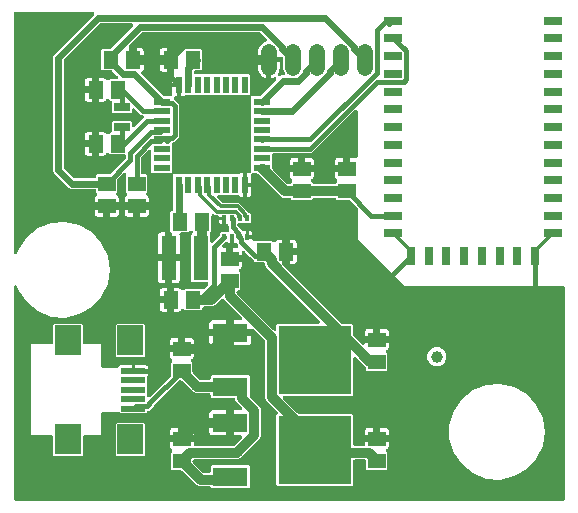
<source format=gbr>
G04 EAGLE Gerber RS-274X export*
G75*
%MOMM*%
%FSLAX34Y34*%
%LPD*%
%INTop Copper*%
%IPPOS*%
%AMOC8*
5,1,8,0,0,1.08239X$1,22.5*%
G01*
%ADD10R,1.300000X1.500000*%
%ADD11R,1.500000X1.300000*%
%ADD12R,1.500000X0.635000*%
%ADD13R,0.635000X1.500000*%
%ADD14R,1.475000X0.600000*%
%ADD15R,0.600000X1.475000*%
%ADD16R,6.200000X5.800000*%
%ADD17R,3.000000X1.600000*%
%ADD18R,1.400000X0.700000*%
%ADD19R,0.350000X0.500000*%
%ADD20R,2.200000X2.500000*%
%ADD21R,2.000000X0.500000*%
%ADD22C,1.320800*%
%ADD23C,1.000000*%
%ADD24R,1.300000X3.800000*%
%ADD25C,0.812800*%
%ADD26C,0.406400*%
%ADD27C,0.304800*%
%ADD28C,0.609600*%

G36*
X513362Y121924D02*
X513362Y121924D01*
X513388Y121922D01*
X513535Y121944D01*
X513682Y121961D01*
X513707Y121969D01*
X513733Y121973D01*
X513871Y122028D01*
X514010Y122078D01*
X514032Y122092D01*
X514057Y122102D01*
X514178Y122187D01*
X514303Y122267D01*
X514321Y122286D01*
X514343Y122301D01*
X514442Y122411D01*
X514545Y122518D01*
X514559Y122540D01*
X514576Y122560D01*
X514648Y122690D01*
X514724Y122817D01*
X514732Y122842D01*
X514745Y122865D01*
X514785Y123008D01*
X514830Y123149D01*
X514832Y123175D01*
X514840Y123200D01*
X514859Y123444D01*
X514859Y302260D01*
X514856Y302286D01*
X514858Y302312D01*
X514836Y302459D01*
X514819Y302606D01*
X514811Y302631D01*
X514807Y302657D01*
X514752Y302795D01*
X514702Y302934D01*
X514688Y302956D01*
X514678Y302981D01*
X514594Y303102D01*
X514513Y303227D01*
X514494Y303245D01*
X514479Y303267D01*
X514369Y303366D01*
X514262Y303469D01*
X514240Y303483D01*
X514220Y303500D01*
X514090Y303572D01*
X513963Y303648D01*
X513938Y303656D01*
X513915Y303669D01*
X513772Y303709D01*
X513631Y303754D01*
X513605Y303756D01*
X513580Y303764D01*
X513336Y303783D01*
X379091Y303783D01*
X339343Y343531D01*
X339343Y369396D01*
X339329Y369521D01*
X339322Y369648D01*
X339309Y369694D01*
X339303Y369742D01*
X339261Y369861D01*
X339226Y369983D01*
X339202Y370025D01*
X339186Y370070D01*
X339117Y370176D01*
X339056Y370287D01*
X339016Y370333D01*
X338997Y370363D01*
X338962Y370396D01*
X338897Y370473D01*
X333641Y375729D01*
X333542Y375808D01*
X333448Y375892D01*
X333406Y375916D01*
X333368Y375946D01*
X333254Y376000D01*
X333143Y376061D01*
X333096Y376074D01*
X333053Y376095D01*
X332929Y376121D01*
X332808Y376156D01*
X332747Y376161D01*
X332712Y376168D01*
X332664Y376167D01*
X332564Y376175D01*
X322068Y376175D01*
X321175Y377068D01*
X321175Y377088D01*
X321172Y377114D01*
X321174Y377140D01*
X321152Y377287D01*
X321135Y377434D01*
X321127Y377459D01*
X321123Y377485D01*
X321068Y377623D01*
X321018Y377762D01*
X321004Y377784D01*
X320994Y377809D01*
X320909Y377930D01*
X320829Y378055D01*
X320810Y378073D01*
X320795Y378095D01*
X320685Y378194D01*
X320578Y378297D01*
X320556Y378311D01*
X320536Y378328D01*
X320406Y378400D01*
X320279Y378476D01*
X320254Y378484D01*
X320231Y378497D01*
X320088Y378537D01*
X319947Y378582D01*
X319921Y378584D01*
X319896Y378592D01*
X319652Y378611D01*
X302648Y378611D01*
X302622Y378608D01*
X302596Y378610D01*
X302449Y378588D01*
X302302Y378571D01*
X302277Y378563D01*
X302251Y378559D01*
X302113Y378504D01*
X301974Y378454D01*
X301952Y378440D01*
X301927Y378430D01*
X301806Y378345D01*
X301681Y378265D01*
X301663Y378246D01*
X301641Y378231D01*
X301542Y378121D01*
X301439Y378014D01*
X301425Y377992D01*
X301408Y377972D01*
X301336Y377842D01*
X301260Y377715D01*
X301252Y377690D01*
X301239Y377667D01*
X301199Y377524D01*
X301154Y377383D01*
X301152Y377357D01*
X301144Y377332D01*
X301125Y377088D01*
X301125Y377068D01*
X300232Y376175D01*
X283968Y376175D01*
X283075Y377068D01*
X283075Y377088D01*
X283072Y377114D01*
X283074Y377140D01*
X283052Y377287D01*
X283035Y377434D01*
X283027Y377459D01*
X283023Y377485D01*
X282968Y377623D01*
X282918Y377762D01*
X282904Y377784D01*
X282894Y377809D01*
X282809Y377930D01*
X282729Y378055D01*
X282710Y378073D01*
X282695Y378095D01*
X282585Y378194D01*
X282478Y378297D01*
X282456Y378311D01*
X282436Y378328D01*
X282306Y378400D01*
X282179Y378476D01*
X282154Y378484D01*
X282131Y378497D01*
X281988Y378537D01*
X281847Y378582D01*
X281821Y378584D01*
X281796Y378592D01*
X281552Y378611D01*
X276768Y378611D01*
X274714Y379462D01*
X272928Y381248D01*
X272928Y381249D01*
X256332Y397844D01*
X256331Y397845D01*
X256329Y397847D01*
X256192Y397955D01*
X256059Y398061D01*
X256057Y398062D01*
X256056Y398063D01*
X255838Y398174D01*
X255114Y398474D01*
X254759Y398829D01*
X254660Y398908D01*
X254566Y398992D01*
X254524Y399016D01*
X254486Y399046D01*
X254372Y399100D01*
X254261Y399161D01*
X254215Y399174D01*
X254171Y399195D01*
X254048Y399221D01*
X253926Y399256D01*
X253865Y399261D01*
X253830Y399268D01*
X253782Y399267D01*
X253682Y399275D01*
X250851Y399275D01*
X250800Y399269D01*
X250749Y399272D01*
X250628Y399250D01*
X250505Y399235D01*
X250457Y399218D01*
X250406Y399209D01*
X250293Y399160D01*
X250177Y399118D01*
X250134Y399090D01*
X250087Y399070D01*
X249988Y398996D01*
X249884Y398929D01*
X249848Y398892D01*
X249807Y398862D01*
X249728Y398767D01*
X249642Y398678D01*
X249615Y398634D01*
X249582Y398595D01*
X249526Y398485D01*
X249463Y398379D01*
X249447Y398331D01*
X249424Y398285D01*
X249394Y398165D01*
X249357Y398047D01*
X249352Y397996D01*
X249340Y397947D01*
X249338Y397823D01*
X249329Y397700D01*
X249336Y397649D01*
X249335Y397598D01*
X249380Y397358D01*
X249441Y397129D01*
X249441Y390943D01*
X245423Y390943D01*
X245423Y399336D01*
X247234Y399336D01*
X247463Y399275D01*
X247513Y399267D01*
X247562Y399252D01*
X247685Y399242D01*
X247807Y399223D01*
X247858Y399228D01*
X247909Y399224D01*
X248031Y399242D01*
X248155Y399252D01*
X248203Y399268D01*
X248254Y399275D01*
X248369Y399321D01*
X248487Y399359D01*
X248530Y399385D01*
X248578Y399404D01*
X248679Y399474D01*
X248785Y399538D01*
X248822Y399574D01*
X248864Y399603D01*
X248947Y399695D01*
X249036Y399781D01*
X249063Y399824D01*
X249097Y399862D01*
X249157Y399970D01*
X249224Y400074D01*
X249241Y400122D01*
X249266Y400167D01*
X249299Y400286D01*
X249341Y400402D01*
X249347Y400453D01*
X249361Y400502D01*
X249380Y400746D01*
X249380Y463757D01*
X249377Y463783D01*
X249379Y463809D01*
X249357Y463956D01*
X249340Y464103D01*
X249332Y464128D01*
X249328Y464154D01*
X249273Y464292D01*
X249223Y464431D01*
X249209Y464453D01*
X249199Y464478D01*
X249137Y464567D01*
X249194Y464536D01*
X249321Y464460D01*
X249346Y464452D01*
X249369Y464439D01*
X249512Y464399D01*
X249653Y464354D01*
X249679Y464352D01*
X249704Y464344D01*
X249948Y464325D01*
X255707Y464325D01*
X255833Y464339D01*
X255959Y464346D01*
X256005Y464359D01*
X256053Y464365D01*
X256172Y464407D01*
X256294Y464442D01*
X256336Y464466D01*
X256381Y464482D01*
X256488Y464551D01*
X256598Y464612D01*
X256644Y464652D01*
X256674Y464671D01*
X256708Y464706D01*
X256784Y464771D01*
X270175Y478162D01*
X270244Y478248D01*
X270319Y478328D01*
X270352Y478384D01*
X270392Y478435D01*
X270439Y478534D01*
X270494Y478630D01*
X270513Y478692D01*
X270541Y478750D01*
X270564Y478858D01*
X270596Y478963D01*
X270601Y479028D01*
X270614Y479091D01*
X270612Y479201D01*
X270620Y479311D01*
X270609Y479375D01*
X270608Y479439D01*
X270581Y479546D01*
X270564Y479655D01*
X270539Y479715D01*
X270523Y479777D01*
X270473Y479875D01*
X270431Y479977D01*
X270393Y480030D01*
X270364Y480087D01*
X270292Y480171D01*
X270228Y480260D01*
X270180Y480303D01*
X270138Y480353D01*
X270049Y480418D01*
X269967Y480491D01*
X269910Y480521D01*
X269857Y480560D01*
X269756Y480603D01*
X269659Y480655D01*
X269597Y480672D01*
X269537Y480698D01*
X269429Y480717D01*
X269323Y480746D01*
X269258Y480748D01*
X269194Y480759D01*
X269084Y480754D01*
X268975Y480757D01*
X268911Y480745D01*
X268846Y480741D01*
X268741Y480711D01*
X268633Y480690D01*
X268554Y480657D01*
X268511Y480645D01*
X268475Y480625D01*
X268407Y480596D01*
X267670Y480221D01*
X266302Y479776D01*
X266191Y479759D01*
X266191Y493269D01*
X273305Y493269D01*
X273305Y487976D01*
X273080Y486554D01*
X272635Y485186D01*
X271981Y483903D01*
X271936Y483841D01*
X271884Y483749D01*
X271824Y483662D01*
X271799Y483598D01*
X271765Y483537D01*
X271735Y483436D01*
X271696Y483338D01*
X271686Y483269D01*
X271667Y483203D01*
X271661Y483097D01*
X271646Y482993D01*
X271651Y482924D01*
X271648Y482855D01*
X271666Y482751D01*
X271675Y482646D01*
X271696Y482580D01*
X271708Y482511D01*
X271749Y482415D01*
X271782Y482314D01*
X271818Y482255D01*
X271845Y482191D01*
X271907Y482106D01*
X271961Y482016D01*
X272010Y481966D01*
X272051Y481910D01*
X272131Y481841D01*
X272204Y481766D01*
X272263Y481728D01*
X272316Y481683D01*
X272409Y481634D01*
X272498Y481578D01*
X272563Y481554D01*
X272625Y481522D01*
X272727Y481496D01*
X272826Y481461D01*
X272895Y481453D01*
X272962Y481436D01*
X273068Y481434D01*
X273172Y481422D01*
X273241Y481430D01*
X273311Y481429D01*
X273414Y481450D01*
X273518Y481463D01*
X273606Y481491D01*
X273652Y481501D01*
X273687Y481517D01*
X273751Y481538D01*
X275090Y482093D01*
X276137Y482093D01*
X276286Y482110D01*
X276436Y482122D01*
X276459Y482130D01*
X276483Y482133D01*
X276625Y482183D01*
X276768Y482229D01*
X276789Y482242D01*
X276811Y482250D01*
X276938Y482332D01*
X277066Y482409D01*
X277084Y482426D01*
X277104Y482439D01*
X277209Y482548D01*
X277316Y482652D01*
X277329Y482672D01*
X277346Y482690D01*
X277424Y482819D01*
X277505Y482945D01*
X277513Y482968D01*
X277525Y482989D01*
X277571Y483132D01*
X277621Y483274D01*
X277624Y483298D01*
X277631Y483321D01*
X277643Y483470D01*
X277660Y483620D01*
X277657Y483644D01*
X277659Y483668D01*
X277637Y483817D01*
X277619Y483966D01*
X277610Y483994D01*
X277608Y484013D01*
X277590Y484057D01*
X277544Y484199D01*
X276351Y487079D01*
X276351Y496331D01*
X276337Y496457D01*
X276330Y496583D01*
X276317Y496629D01*
X276311Y496677D01*
X276269Y496796D01*
X276234Y496918D01*
X276210Y496960D01*
X276194Y497005D01*
X276125Y497112D01*
X276064Y497222D01*
X276024Y497268D01*
X276005Y497298D01*
X275970Y497332D01*
X275905Y497408D01*
X275827Y497470D01*
X275754Y497540D01*
X275690Y497579D01*
X275632Y497625D01*
X275541Y497668D01*
X275455Y497719D01*
X275384Y497742D01*
X275317Y497774D01*
X275219Y497795D01*
X275123Y497825D01*
X275049Y497831D01*
X274976Y497847D01*
X274876Y497845D01*
X274776Y497853D01*
X274702Y497842D01*
X274628Y497841D01*
X274531Y497817D01*
X274431Y497802D01*
X274362Y497774D01*
X274290Y497756D01*
X274200Y497710D01*
X274107Y497673D01*
X274046Y497631D01*
X273980Y497596D01*
X273903Y497531D01*
X273821Y497474D01*
X273771Y497419D01*
X273715Y497371D01*
X273686Y497331D01*
X264668Y497331D01*
X264642Y497328D01*
X264616Y497330D01*
X264469Y497308D01*
X264322Y497291D01*
X264297Y497283D01*
X264271Y497279D01*
X264164Y497236D01*
X264088Y497257D01*
X263947Y497302D01*
X263921Y497304D01*
X263896Y497312D01*
X263652Y497331D01*
X255015Y497331D01*
X255015Y502624D01*
X255240Y504046D01*
X255685Y505414D01*
X256339Y506697D01*
X257185Y507861D01*
X258203Y508879D01*
X259367Y509725D01*
X260650Y510379D01*
X261587Y510683D01*
X261620Y510698D01*
X261654Y510707D01*
X261778Y510771D01*
X261904Y510828D01*
X261932Y510850D01*
X261964Y510867D01*
X262070Y510957D01*
X262180Y511041D01*
X262202Y511069D01*
X262230Y511092D01*
X262312Y511204D01*
X262400Y511312D01*
X262415Y511344D01*
X262437Y511373D01*
X262492Y511500D01*
X262553Y511625D01*
X262561Y511660D01*
X262575Y511693D01*
X262599Y511829D01*
X262630Y511965D01*
X262630Y512000D01*
X262637Y512036D01*
X262629Y512174D01*
X262629Y512313D01*
X262620Y512348D01*
X262619Y512384D01*
X262580Y512517D01*
X262548Y512652D01*
X262532Y512684D01*
X262522Y512719D01*
X262454Y512840D01*
X262392Y512964D01*
X262369Y512992D01*
X262352Y513023D01*
X262193Y513209D01*
X257181Y518221D01*
X257082Y518300D01*
X256989Y518384D01*
X256946Y518408D01*
X256908Y518438D01*
X256794Y518492D01*
X256683Y518553D01*
X256637Y518566D01*
X256593Y518587D01*
X256470Y518613D01*
X256348Y518648D01*
X256287Y518653D01*
X256253Y518660D01*
X256205Y518659D01*
X256104Y518667D01*
X157465Y518667D01*
X157339Y518653D01*
X157213Y518646D01*
X157167Y518633D01*
X157119Y518627D01*
X157000Y518585D01*
X156878Y518550D01*
X156836Y518526D01*
X156791Y518510D01*
X156684Y518441D01*
X156574Y518380D01*
X156528Y518340D01*
X156498Y518321D01*
X156464Y518286D01*
X156388Y518221D01*
X146108Y507941D01*
X146046Y507863D01*
X145976Y507790D01*
X145937Y507726D01*
X145891Y507668D01*
X145848Y507577D01*
X145797Y507491D01*
X145774Y507420D01*
X145742Y507353D01*
X145721Y507255D01*
X145691Y507159D01*
X145685Y507085D01*
X145669Y507012D01*
X145671Y506912D01*
X145663Y506812D01*
X145674Y506738D01*
X145675Y506664D01*
X145699Y506567D01*
X145714Y506467D01*
X145742Y506398D01*
X145760Y506326D01*
X145806Y506236D01*
X145843Y506143D01*
X145885Y506082D01*
X145920Y506016D01*
X145985Y505939D01*
X146042Y505857D01*
X146097Y505807D01*
X146145Y505751D01*
X146153Y505745D01*
X146153Y496824D01*
X146156Y496798D01*
X146154Y496772D01*
X146176Y496625D01*
X146193Y496478D01*
X146201Y496453D01*
X146205Y496427D01*
X146260Y496289D01*
X146310Y496150D01*
X146324Y496128D01*
X146334Y496103D01*
X146419Y495982D01*
X146499Y495857D01*
X146518Y495839D01*
X146533Y495817D01*
X146643Y495718D01*
X146750Y495615D01*
X146772Y495601D01*
X146792Y495584D01*
X146922Y495512D01*
X147049Y495436D01*
X147074Y495428D01*
X147097Y495415D01*
X147240Y495375D01*
X147381Y495330D01*
X147407Y495328D01*
X147432Y495320D01*
X147676Y495301D01*
X149201Y495301D01*
X149201Y493776D01*
X149204Y493750D01*
X149202Y493724D01*
X149224Y493577D01*
X149241Y493430D01*
X149250Y493405D01*
X149253Y493379D01*
X149308Y493241D01*
X149358Y493102D01*
X149372Y493080D01*
X149382Y493055D01*
X149467Y492934D01*
X149547Y492809D01*
X149566Y492791D01*
X149581Y492769D01*
X149691Y492670D01*
X149798Y492567D01*
X149820Y492553D01*
X149840Y492536D01*
X149970Y492464D01*
X150097Y492388D01*
X150122Y492380D01*
X150145Y492367D01*
X150288Y492327D01*
X150429Y492282D01*
X150455Y492280D01*
X150480Y492272D01*
X150724Y492253D01*
X158241Y492253D01*
X158241Y487465D01*
X158068Y486819D01*
X157733Y486240D01*
X157260Y485767D01*
X156925Y485574D01*
X156884Y485543D01*
X156839Y485520D01*
X156744Y485440D01*
X156645Y485366D01*
X156612Y485327D01*
X156573Y485294D01*
X156500Y485194D01*
X156420Y485100D01*
X156396Y485055D01*
X156366Y485014D01*
X156317Y484900D01*
X156261Y484790D01*
X156248Y484740D01*
X156228Y484694D01*
X156206Y484572D01*
X156176Y484452D01*
X156175Y484401D01*
X156166Y484351D01*
X156173Y484227D01*
X156171Y484103D01*
X156182Y484053D01*
X156184Y484003D01*
X156219Y483884D01*
X156245Y483763D01*
X156267Y483717D01*
X156281Y483668D01*
X156341Y483560D01*
X156394Y483448D01*
X156426Y483408D01*
X156451Y483363D01*
X156610Y483177D01*
X175016Y464771D01*
X175115Y464692D01*
X175209Y464608D01*
X175251Y464584D01*
X175289Y464554D01*
X175403Y464500D01*
X175514Y464439D01*
X175560Y464426D01*
X175604Y464405D01*
X175727Y464379D01*
X175849Y464344D01*
X175910Y464339D01*
X175945Y464332D01*
X175993Y464333D01*
X176093Y464325D01*
X180949Y464325D01*
X181000Y464331D01*
X181051Y464328D01*
X181172Y464350D01*
X181295Y464365D01*
X181343Y464382D01*
X181394Y464391D01*
X181507Y464440D01*
X181623Y464482D01*
X181666Y464510D01*
X181713Y464530D01*
X181812Y464604D01*
X181916Y464671D01*
X181952Y464708D01*
X181993Y464738D01*
X182072Y464833D01*
X182158Y464922D01*
X182185Y464966D01*
X182217Y465005D01*
X182274Y465115D01*
X182337Y465221D01*
X182353Y465269D01*
X182376Y465315D01*
X182406Y465435D01*
X182443Y465553D01*
X182448Y465604D01*
X182460Y465653D01*
X182462Y465777D01*
X182471Y465900D01*
X182464Y465951D01*
X182465Y466002D01*
X182420Y466242D01*
X182420Y466245D01*
X182359Y466470D01*
X182359Y472657D01*
X186377Y472657D01*
X186377Y464264D01*
X185167Y464264D01*
X185067Y464253D01*
X184967Y464251D01*
X184895Y464233D01*
X184821Y464224D01*
X184726Y464191D01*
X184629Y464166D01*
X184563Y464132D01*
X184493Y464107D01*
X184408Y464052D01*
X184319Y464006D01*
X184262Y463958D01*
X184200Y463918D01*
X184130Y463846D01*
X184054Y463781D01*
X184009Y463721D01*
X183958Y463667D01*
X183906Y463581D01*
X183847Y463500D01*
X183817Y463432D01*
X183779Y463368D01*
X183748Y463272D01*
X183709Y463180D01*
X183695Y463107D01*
X183673Y463036D01*
X183665Y462936D01*
X183647Y462837D01*
X183651Y462763D01*
X183645Y462689D01*
X183660Y462589D01*
X183665Y462489D01*
X183685Y462418D01*
X183696Y462344D01*
X183733Y462251D01*
X183761Y462154D01*
X183798Y462089D01*
X183825Y462020D01*
X183882Y461938D01*
X183931Y461850D01*
X183997Y461774D01*
X184024Y461734D01*
X184050Y461710D01*
X184090Y461664D01*
X185478Y460276D01*
X188008Y457746D01*
X188008Y429854D01*
X183831Y425677D01*
X183744Y425664D01*
X183597Y425647D01*
X183572Y425639D01*
X183546Y425635D01*
X183408Y425580D01*
X183269Y425530D01*
X183247Y425516D01*
X183222Y425506D01*
X183101Y425421D01*
X182976Y425341D01*
X182958Y425322D01*
X182936Y425307D01*
X182837Y425197D01*
X182734Y425090D01*
X182720Y425068D01*
X182703Y425048D01*
X182631Y424918D01*
X182555Y424791D01*
X182547Y424766D01*
X182534Y424743D01*
X182494Y424600D01*
X182449Y424459D01*
X182447Y424433D01*
X182439Y424408D01*
X182420Y424164D01*
X182420Y399843D01*
X182423Y399817D01*
X182421Y399791D01*
X182443Y399644D01*
X182460Y399497D01*
X182468Y399472D01*
X182472Y399446D01*
X182527Y399308D01*
X182577Y399169D01*
X182591Y399147D01*
X182601Y399122D01*
X182663Y399033D01*
X182606Y399064D01*
X182479Y399140D01*
X182454Y399148D01*
X182431Y399161D01*
X182288Y399201D01*
X182147Y399246D01*
X182121Y399248D01*
X182096Y399256D01*
X181852Y399275D01*
X165513Y399275D01*
X164620Y400168D01*
X164620Y417597D01*
X164609Y417697D01*
X164607Y417797D01*
X164589Y417869D01*
X164580Y417943D01*
X164547Y418037D01*
X164522Y418135D01*
X164488Y418201D01*
X164463Y418271D01*
X164408Y418355D01*
X164362Y418445D01*
X164314Y418501D01*
X164274Y418564D01*
X164202Y418634D01*
X164137Y418710D01*
X164077Y418754D01*
X164023Y418806D01*
X163937Y418858D01*
X163856Y418917D01*
X163788Y418947D01*
X163724Y418985D01*
X163628Y419016D01*
X163536Y419055D01*
X163463Y419068D01*
X163392Y419091D01*
X163292Y419099D01*
X163193Y419117D01*
X163119Y419113D01*
X163045Y419119D01*
X162945Y419104D01*
X162845Y419099D01*
X162774Y419078D01*
X162700Y419067D01*
X162607Y419030D01*
X162510Y419003D01*
X162445Y418966D01*
X162376Y418939D01*
X162294Y418881D01*
X162206Y418832D01*
X162130Y418767D01*
X162090Y418740D01*
X162066Y418713D01*
X162020Y418674D01*
X156403Y413057D01*
X156324Y412958D01*
X156240Y412864D01*
X156216Y412822D01*
X156186Y412784D01*
X156132Y412670D01*
X156071Y412559D01*
X156058Y412512D01*
X156037Y412469D01*
X156011Y412345D01*
X155976Y412224D01*
X155971Y412163D01*
X155964Y412128D01*
X155965Y412080D01*
X155957Y411980D01*
X155957Y400048D01*
X155960Y400022D01*
X155958Y399996D01*
X155980Y399849D01*
X155997Y399702D01*
X156005Y399677D01*
X156009Y399651D01*
X156064Y399513D01*
X156114Y399374D01*
X156128Y399352D01*
X156138Y399327D01*
X156223Y399206D01*
X156303Y399081D01*
X156322Y399063D01*
X156337Y399041D01*
X156447Y398942D01*
X156554Y398839D01*
X156576Y398825D01*
X156596Y398808D01*
X156726Y398736D01*
X156853Y398660D01*
X156878Y398652D01*
X156901Y398639D01*
X157044Y398599D01*
X157185Y398554D01*
X157211Y398552D01*
X157236Y398544D01*
X157480Y398525D01*
X160532Y398525D01*
X161425Y397632D01*
X161425Y383368D01*
X160727Y382671D01*
X160695Y382630D01*
X160657Y382596D01*
X160587Y382495D01*
X160510Y382398D01*
X160488Y382351D01*
X160459Y382309D01*
X160414Y382194D01*
X160361Y382082D01*
X160351Y382033D01*
X160332Y381985D01*
X160314Y381863D01*
X160288Y381742D01*
X160289Y381691D01*
X160281Y381640D01*
X160292Y381517D01*
X160294Y381393D01*
X160306Y381344D01*
X160311Y381293D01*
X160349Y381175D01*
X160379Y381055D01*
X160402Y381010D01*
X160418Y380961D01*
X160482Y380855D01*
X160539Y380746D01*
X160572Y380707D01*
X160598Y380663D01*
X160684Y380574D01*
X160764Y380480D01*
X160805Y380450D01*
X160841Y380413D01*
X161042Y380274D01*
X161460Y380033D01*
X161933Y379560D01*
X162268Y378981D01*
X162275Y378953D01*
X162441Y378335D01*
X162441Y374547D01*
X153924Y374547D01*
X153898Y374544D01*
X153872Y374546D01*
X153725Y374524D01*
X153578Y374507D01*
X153553Y374498D01*
X153527Y374495D01*
X153389Y374440D01*
X153250Y374390D01*
X153228Y374376D01*
X153203Y374366D01*
X153082Y374281D01*
X152957Y374201D01*
X152939Y374182D01*
X152917Y374167D01*
X152818Y374057D01*
X152715Y373950D01*
X152701Y373928D01*
X152684Y373908D01*
X152612Y373778D01*
X152536Y373651D01*
X152528Y373626D01*
X152515Y373603D01*
X152475Y373460D01*
X152430Y373319D01*
X152428Y373293D01*
X152420Y373268D01*
X152401Y373024D01*
X152401Y371499D01*
X152399Y371499D01*
X152399Y373024D01*
X152396Y373050D01*
X152398Y373076D01*
X152376Y373223D01*
X152359Y373370D01*
X152350Y373395D01*
X152347Y373421D01*
X152292Y373559D01*
X152242Y373698D01*
X152228Y373720D01*
X152218Y373745D01*
X152133Y373866D01*
X152053Y373991D01*
X152034Y374009D01*
X152019Y374031D01*
X151909Y374130D01*
X151802Y374233D01*
X151780Y374247D01*
X151760Y374264D01*
X151630Y374336D01*
X151503Y374412D01*
X151478Y374420D01*
X151455Y374433D01*
X151312Y374473D01*
X151171Y374518D01*
X151145Y374520D01*
X151120Y374528D01*
X150876Y374547D01*
X142359Y374547D01*
X142359Y378335D01*
X142532Y378981D01*
X142867Y379560D01*
X143340Y380033D01*
X143758Y380274D01*
X143799Y380305D01*
X143844Y380328D01*
X143938Y380408D01*
X144038Y380482D01*
X144071Y380521D01*
X144109Y380554D01*
X144183Y380653D01*
X144263Y380748D01*
X144286Y380793D01*
X144317Y380834D01*
X144366Y380948D01*
X144422Y381058D01*
X144434Y381107D01*
X144455Y381154D01*
X144476Y381276D01*
X144506Y381396D01*
X144507Y381447D01*
X144516Y381497D01*
X144510Y381621D01*
X144512Y381744D01*
X144501Y381794D01*
X144498Y381845D01*
X144464Y381964D01*
X144438Y382085D01*
X144416Y382131D01*
X144402Y382180D01*
X144341Y382288D01*
X144288Y382400D01*
X144257Y382440D01*
X144232Y382484D01*
X144073Y382671D01*
X143375Y383368D01*
X143375Y398168D01*
X143364Y398268D01*
X143362Y398368D01*
X143344Y398440D01*
X143335Y398514D01*
X143302Y398609D01*
X143277Y398706D01*
X143243Y398772D01*
X143218Y398842D01*
X143163Y398927D01*
X143117Y399016D01*
X143069Y399073D01*
X143029Y399135D01*
X142957Y399205D01*
X142892Y399281D01*
X142832Y399325D01*
X142778Y399377D01*
X142692Y399429D01*
X142611Y399488D01*
X142543Y399518D01*
X142479Y399556D01*
X142383Y399587D01*
X142291Y399626D01*
X142218Y399640D01*
X142147Y399662D01*
X142047Y399670D01*
X141948Y399688D01*
X141874Y399684D01*
X141800Y399690D01*
X141700Y399675D01*
X141600Y399670D01*
X141529Y399650D01*
X141455Y399639D01*
X141362Y399601D01*
X141265Y399574D01*
X141200Y399537D01*
X141131Y399510D01*
X141049Y399453D01*
X140961Y399403D01*
X140885Y399338D01*
X140845Y399311D01*
X140821Y399284D01*
X140775Y399245D01*
X136471Y394941D01*
X136392Y394842D01*
X136308Y394748D01*
X136284Y394706D01*
X136254Y394668D01*
X136200Y394554D01*
X136139Y394443D01*
X136126Y394396D01*
X136105Y394353D01*
X136079Y394229D01*
X136044Y394108D01*
X136039Y394047D01*
X136032Y394012D01*
X136033Y393964D01*
X136025Y393864D01*
X136025Y383368D01*
X135327Y382671D01*
X135295Y382630D01*
X135257Y382596D01*
X135187Y382495D01*
X135110Y382398D01*
X135088Y382351D01*
X135059Y382309D01*
X135014Y382194D01*
X134961Y382082D01*
X134951Y382033D01*
X134932Y381985D01*
X134914Y381863D01*
X134888Y381742D01*
X134889Y381691D01*
X134881Y381640D01*
X134892Y381517D01*
X134894Y381393D01*
X134906Y381344D01*
X134911Y381293D01*
X134949Y381175D01*
X134979Y381055D01*
X135002Y381010D01*
X135018Y380961D01*
X135082Y380855D01*
X135139Y380746D01*
X135172Y380707D01*
X135198Y380663D01*
X135284Y380574D01*
X135364Y380480D01*
X135405Y380450D01*
X135441Y380413D01*
X135642Y380274D01*
X136060Y380033D01*
X136533Y379560D01*
X136868Y378981D01*
X136875Y378953D01*
X137041Y378335D01*
X137041Y374547D01*
X128524Y374547D01*
X128498Y374544D01*
X128472Y374546D01*
X128325Y374524D01*
X128178Y374507D01*
X128153Y374498D01*
X128127Y374495D01*
X127989Y374440D01*
X127850Y374390D01*
X127828Y374376D01*
X127803Y374366D01*
X127682Y374281D01*
X127557Y374201D01*
X127539Y374182D01*
X127517Y374167D01*
X127418Y374057D01*
X127315Y373950D01*
X127301Y373928D01*
X127284Y373908D01*
X127212Y373778D01*
X127136Y373651D01*
X127128Y373626D01*
X127115Y373603D01*
X127075Y373460D01*
X127030Y373319D01*
X127028Y373293D01*
X127020Y373268D01*
X127001Y373024D01*
X127001Y371499D01*
X126999Y371499D01*
X126999Y373024D01*
X126996Y373050D01*
X126998Y373076D01*
X126976Y373223D01*
X126959Y373370D01*
X126950Y373395D01*
X126947Y373421D01*
X126892Y373559D01*
X126842Y373698D01*
X126828Y373720D01*
X126818Y373745D01*
X126733Y373866D01*
X126653Y373991D01*
X126634Y374009D01*
X126619Y374031D01*
X126509Y374130D01*
X126402Y374233D01*
X126380Y374247D01*
X126360Y374264D01*
X126230Y374336D01*
X126103Y374412D01*
X126078Y374420D01*
X126055Y374433D01*
X125912Y374473D01*
X125771Y374518D01*
X125745Y374520D01*
X125720Y374528D01*
X125476Y374547D01*
X116959Y374547D01*
X116959Y378335D01*
X117132Y378981D01*
X117467Y379560D01*
X117940Y380033D01*
X118358Y380274D01*
X118399Y380305D01*
X118444Y380328D01*
X118538Y380408D01*
X118638Y380482D01*
X118671Y380521D01*
X118709Y380554D01*
X118783Y380653D01*
X118863Y380748D01*
X118886Y380793D01*
X118917Y380834D01*
X118966Y380948D01*
X119022Y381058D01*
X119034Y381107D01*
X119055Y381154D01*
X119076Y381276D01*
X119106Y381396D01*
X119107Y381447D01*
X119116Y381497D01*
X119110Y381621D01*
X119112Y381744D01*
X119101Y381794D01*
X119098Y381845D01*
X119064Y381964D01*
X119038Y382085D01*
X119016Y382131D01*
X119002Y382180D01*
X118941Y382288D01*
X118888Y382400D01*
X118857Y382440D01*
X118832Y382484D01*
X118673Y382671D01*
X117975Y383368D01*
X117975Y384404D01*
X117972Y384430D01*
X117974Y384456D01*
X117952Y384603D01*
X117935Y384750D01*
X117927Y384775D01*
X117923Y384801D01*
X117868Y384939D01*
X117818Y385078D01*
X117804Y385100D01*
X117794Y385125D01*
X117709Y385246D01*
X117629Y385371D01*
X117610Y385389D01*
X117595Y385411D01*
X117485Y385510D01*
X117378Y385613D01*
X117356Y385627D01*
X117336Y385644D01*
X117206Y385716D01*
X117079Y385792D01*
X117054Y385800D01*
X117031Y385813D01*
X116888Y385853D01*
X116747Y385898D01*
X116721Y385900D01*
X116696Y385908D01*
X116452Y385927D01*
X96785Y385927D01*
X95104Y386623D01*
X83732Y397995D01*
X82231Y399496D01*
X81535Y401177D01*
X81535Y497983D01*
X82231Y499664D01*
X83732Y501165D01*
X115891Y533323D01*
X115953Y533402D01*
X116023Y533474D01*
X116061Y533538D01*
X116107Y533596D01*
X116150Y533687D01*
X116201Y533773D01*
X116224Y533844D01*
X116256Y533911D01*
X116277Y534009D01*
X116308Y534105D01*
X116314Y534179D01*
X116329Y534252D01*
X116328Y534352D01*
X116336Y534452D01*
X116325Y534526D01*
X116323Y534600D01*
X116299Y534698D01*
X116284Y534797D01*
X116257Y534866D01*
X116238Y534938D01*
X116193Y535028D01*
X116156Y535121D01*
X116113Y535182D01*
X116079Y535248D01*
X116014Y535325D01*
X115957Y535407D01*
X115901Y535457D01*
X115853Y535514D01*
X115772Y535573D01*
X115698Y535640D01*
X115633Y535676D01*
X115573Y535721D01*
X115481Y535761D01*
X115393Y535809D01*
X115321Y535829D01*
X115253Y535859D01*
X115154Y535877D01*
X115058Y535904D01*
X114957Y535912D01*
X114910Y535920D01*
X114874Y535919D01*
X114814Y535924D01*
X49784Y535937D01*
X49758Y535934D01*
X49732Y535936D01*
X49585Y535914D01*
X49438Y535897D01*
X49413Y535888D01*
X49387Y535884D01*
X49249Y535829D01*
X49110Y535780D01*
X49088Y535765D01*
X49063Y535756D01*
X48942Y535671D01*
X48817Y535591D01*
X48799Y535572D01*
X48777Y535557D01*
X48678Y535447D01*
X48575Y535340D01*
X48561Y535317D01*
X48544Y535298D01*
X48472Y535168D01*
X48396Y535041D01*
X48388Y535016D01*
X48375Y534993D01*
X48335Y534850D01*
X48290Y534709D01*
X48288Y534683D01*
X48280Y534657D01*
X48261Y534414D01*
X48261Y332139D01*
X48275Y332018D01*
X48280Y331897D01*
X48295Y331845D01*
X48301Y331792D01*
X48342Y331678D01*
X48374Y331561D01*
X48400Y331515D01*
X48418Y331464D01*
X48484Y331362D01*
X48542Y331256D01*
X48578Y331216D01*
X48607Y331172D01*
X48695Y331087D01*
X48776Y330997D01*
X48819Y330967D01*
X48858Y330929D01*
X48962Y330867D01*
X49061Y330798D01*
X49111Y330778D01*
X49157Y330751D01*
X49272Y330714D01*
X49385Y330669D01*
X49438Y330661D01*
X49489Y330644D01*
X49610Y330635D01*
X49730Y330616D01*
X49783Y330621D01*
X49836Y330616D01*
X49956Y330634D01*
X50077Y330644D01*
X50128Y330660D01*
X50181Y330668D01*
X50294Y330713D01*
X50409Y330750D01*
X50455Y330777D01*
X50505Y330797D01*
X50604Y330866D01*
X50709Y330928D01*
X50747Y330965D01*
X50791Y330996D01*
X50872Y331086D01*
X50960Y331170D01*
X50989Y331215D01*
X51024Y331254D01*
X51083Y331361D01*
X51149Y331463D01*
X51174Y331526D01*
X51193Y331559D01*
X51205Y331604D01*
X51240Y331690D01*
X52299Y335126D01*
X59121Y345131D01*
X68588Y352681D01*
X79860Y357105D01*
X91936Y358010D01*
X103741Y355315D01*
X114228Y349261D01*
X122465Y340384D01*
X127719Y329474D01*
X129524Y317500D01*
X127719Y305526D01*
X122465Y294616D01*
X114228Y285739D01*
X103741Y279685D01*
X91936Y276990D01*
X79860Y277895D01*
X68588Y282319D01*
X59121Y289869D01*
X52299Y299874D01*
X51240Y303310D01*
X51191Y303421D01*
X51150Y303536D01*
X51121Y303580D01*
X51099Y303629D01*
X51027Y303727D01*
X50961Y303828D01*
X50922Y303865D01*
X50890Y303908D01*
X50797Y303986D01*
X50710Y304071D01*
X50664Y304098D01*
X50623Y304132D01*
X50515Y304187D01*
X50411Y304249D01*
X50360Y304266D01*
X50313Y304290D01*
X50195Y304319D01*
X50079Y304356D01*
X50026Y304360D01*
X49974Y304373D01*
X49853Y304374D01*
X49732Y304384D01*
X49679Y304376D01*
X49626Y304376D01*
X49507Y304350D01*
X49387Y304332D01*
X49338Y304312D01*
X49285Y304301D01*
X49176Y304248D01*
X49063Y304203D01*
X49019Y304173D01*
X48971Y304150D01*
X48877Y304073D01*
X48777Y304004D01*
X48741Y303965D01*
X48700Y303931D01*
X48625Y303836D01*
X48544Y303746D01*
X48518Y303699D01*
X48485Y303657D01*
X48434Y303547D01*
X48375Y303440D01*
X48361Y303389D01*
X48338Y303341D01*
X48313Y303222D01*
X48280Y303105D01*
X48275Y303037D01*
X48267Y302999D01*
X48268Y302953D01*
X48261Y302861D01*
X48261Y123444D01*
X48264Y123418D01*
X48262Y123392D01*
X48284Y123245D01*
X48301Y123098D01*
X48309Y123073D01*
X48313Y123047D01*
X48368Y122909D01*
X48418Y122770D01*
X48432Y122748D01*
X48442Y122723D01*
X48527Y122602D01*
X48607Y122477D01*
X48626Y122459D01*
X48641Y122437D01*
X48751Y122338D01*
X48858Y122235D01*
X48880Y122221D01*
X48900Y122204D01*
X49030Y122132D01*
X49157Y122056D01*
X49182Y122048D01*
X49205Y122035D01*
X49348Y121995D01*
X49489Y121950D01*
X49515Y121948D01*
X49540Y121940D01*
X49784Y121921D01*
X513336Y121921D01*
X513362Y121924D01*
G37*
%LPC*%
G36*
X271568Y134575D02*
X271568Y134575D01*
X270675Y135468D01*
X270675Y194732D01*
X271242Y195298D01*
X271258Y195318D01*
X271278Y195335D01*
X271366Y195454D01*
X271458Y195571D01*
X271469Y195595D01*
X271485Y195616D01*
X271544Y195752D01*
X271607Y195886D01*
X271613Y195912D01*
X271623Y195936D01*
X271649Y196082D01*
X271681Y196227D01*
X271680Y196253D01*
X271685Y196279D01*
X271677Y196427D01*
X271675Y196575D01*
X271668Y196601D01*
X271667Y196627D01*
X271626Y196769D01*
X271590Y196913D01*
X271578Y196936D01*
X271570Y196962D01*
X271498Y197091D01*
X271430Y197223D01*
X271413Y197243D01*
X271400Y197266D01*
X271242Y197452D01*
X261874Y206820D01*
X261023Y208874D01*
X261023Y256845D01*
X261009Y256970D01*
X261002Y257097D01*
X260989Y257143D01*
X260983Y257191D01*
X260941Y257310D01*
X260906Y257431D01*
X260882Y257474D01*
X260866Y257519D01*
X260797Y257625D01*
X260736Y257736D01*
X260696Y257782D01*
X260677Y257812D01*
X260642Y257845D01*
X260577Y257922D01*
X251541Y266958D01*
X251463Y267020D01*
X251390Y267090D01*
X251326Y267128D01*
X251268Y267175D01*
X251177Y267217D01*
X251091Y267269D01*
X251020Y267292D01*
X250953Y267323D01*
X250855Y267345D01*
X250759Y267375D01*
X250685Y267381D01*
X250612Y267397D01*
X250512Y267395D01*
X250412Y267403D01*
X250338Y267392D01*
X250264Y267391D01*
X250167Y267366D01*
X250067Y267351D01*
X249998Y267324D01*
X249926Y267306D01*
X249836Y267260D01*
X249743Y267223D01*
X249682Y267180D01*
X249618Y267147D01*
X234447Y267147D01*
X234447Y274641D01*
X240181Y274641D01*
X240281Y274652D01*
X240381Y274654D01*
X240453Y274672D01*
X240527Y274681D01*
X240621Y274714D01*
X240719Y274739D01*
X240785Y274773D01*
X240855Y274798D01*
X240939Y274853D01*
X241029Y274899D01*
X241085Y274947D01*
X241148Y274987D01*
X241218Y275059D01*
X241294Y275124D01*
X241338Y275184D01*
X241390Y275238D01*
X241442Y275324D01*
X241501Y275405D01*
X241531Y275473D01*
X241569Y275537D01*
X241600Y275632D01*
X241639Y275725D01*
X241652Y275798D01*
X241675Y275869D01*
X241683Y275969D01*
X241701Y276068D01*
X241697Y276142D01*
X241703Y276216D01*
X241688Y276315D01*
X241683Y276416D01*
X241662Y276487D01*
X241651Y276561D01*
X241614Y276654D01*
X241587Y276751D01*
X241550Y276816D01*
X241523Y276885D01*
X241465Y276967D01*
X241416Y277055D01*
X241351Y277131D01*
X241324Y277171D01*
X241297Y277195D01*
X241258Y277241D01*
X226402Y292097D01*
X226319Y292297D01*
X226246Y292428D01*
X226177Y292562D01*
X226162Y292580D01*
X226150Y292602D01*
X226049Y292713D01*
X225951Y292827D01*
X225932Y292842D01*
X225916Y292860D01*
X225792Y292945D01*
X225671Y293035D01*
X225649Y293044D01*
X225629Y293058D01*
X225489Y293113D01*
X225351Y293173D01*
X225327Y293177D01*
X225305Y293186D01*
X225156Y293208D01*
X225008Y293234D01*
X224984Y293233D01*
X224960Y293237D01*
X224810Y293224D01*
X224660Y293216D01*
X224637Y293210D01*
X224613Y293208D01*
X224470Y293161D01*
X224325Y293120D01*
X224304Y293108D01*
X224281Y293101D01*
X224152Y293023D01*
X224021Y292950D01*
X223999Y292931D01*
X223983Y292921D01*
X223949Y292888D01*
X223835Y292791D01*
X218406Y287362D01*
X216352Y286511D01*
X209548Y286511D01*
X209522Y286508D01*
X209496Y286510D01*
X209349Y286488D01*
X209202Y286471D01*
X209177Y286463D01*
X209151Y286459D01*
X209013Y286404D01*
X208874Y286354D01*
X208852Y286340D01*
X208827Y286330D01*
X208706Y286245D01*
X208581Y286165D01*
X208563Y286146D01*
X208541Y286131D01*
X208442Y286021D01*
X208339Y285914D01*
X208325Y285892D01*
X208308Y285872D01*
X208236Y285742D01*
X208160Y285615D01*
X208152Y285590D01*
X208139Y285567D01*
X208099Y285424D01*
X208054Y285283D01*
X208052Y285257D01*
X208044Y285232D01*
X208025Y284988D01*
X208025Y283968D01*
X207132Y283075D01*
X192868Y283075D01*
X192171Y283773D01*
X192130Y283805D01*
X192096Y283843D01*
X191995Y283913D01*
X191898Y283990D01*
X191851Y284012D01*
X191809Y284041D01*
X191694Y284086D01*
X191582Y284139D01*
X191533Y284149D01*
X191485Y284168D01*
X191363Y284186D01*
X191242Y284212D01*
X191191Y284211D01*
X191140Y284219D01*
X191017Y284208D01*
X190893Y284206D01*
X190844Y284194D01*
X190793Y284189D01*
X190675Y284151D01*
X190555Y284121D01*
X190510Y284098D01*
X190461Y284082D01*
X190355Y284018D01*
X190246Y283961D01*
X190207Y283928D01*
X190163Y283902D01*
X190074Y283816D01*
X189980Y283736D01*
X189950Y283695D01*
X189913Y283659D01*
X189774Y283458D01*
X189533Y283040D01*
X189060Y282567D01*
X188481Y282232D01*
X187835Y282059D01*
X184047Y282059D01*
X184047Y290576D01*
X184044Y290602D01*
X184046Y290628D01*
X184024Y290775D01*
X184007Y290922D01*
X183998Y290947D01*
X183995Y290973D01*
X183940Y291111D01*
X183890Y291250D01*
X183876Y291272D01*
X183866Y291297D01*
X183781Y291418D01*
X183701Y291543D01*
X183682Y291561D01*
X183667Y291583D01*
X183557Y291682D01*
X183450Y291785D01*
X183428Y291799D01*
X183408Y291816D01*
X183278Y291888D01*
X183151Y291964D01*
X183126Y291972D01*
X183103Y291985D01*
X182960Y292025D01*
X182819Y292070D01*
X182793Y292072D01*
X182768Y292080D01*
X182524Y292099D01*
X180999Y292099D01*
X180999Y292101D01*
X182524Y292101D01*
X182550Y292104D01*
X182576Y292102D01*
X182723Y292124D01*
X182870Y292141D01*
X182895Y292150D01*
X182921Y292153D01*
X183059Y292208D01*
X183198Y292258D01*
X183220Y292272D01*
X183245Y292282D01*
X183366Y292367D01*
X183491Y292447D01*
X183509Y292466D01*
X183531Y292481D01*
X183630Y292591D01*
X183733Y292698D01*
X183747Y292720D01*
X183764Y292740D01*
X183836Y292870D01*
X183912Y292997D01*
X183920Y293022D01*
X183933Y293045D01*
X183973Y293188D01*
X184018Y293329D01*
X184020Y293355D01*
X184028Y293380D01*
X184047Y293624D01*
X184047Y302141D01*
X187835Y302141D01*
X188481Y301968D01*
X189060Y301633D01*
X189533Y301160D01*
X189774Y300742D01*
X189805Y300701D01*
X189828Y300656D01*
X189908Y300562D01*
X189982Y300462D01*
X190021Y300429D01*
X190054Y300391D01*
X190153Y300317D01*
X190248Y300237D01*
X190293Y300214D01*
X190334Y300183D01*
X190448Y300134D01*
X190558Y300078D01*
X190607Y300066D01*
X190654Y300045D01*
X190776Y300024D01*
X190896Y299994D01*
X190947Y299993D01*
X190997Y299984D01*
X191121Y299990D01*
X191244Y299988D01*
X191294Y299999D01*
X191345Y300002D01*
X191464Y300036D01*
X191585Y300062D01*
X191631Y300084D01*
X191680Y300098D01*
X191788Y300159D01*
X191900Y300212D01*
X191940Y300243D01*
X191984Y300268D01*
X192171Y300427D01*
X192868Y301125D01*
X207157Y301125D01*
X207183Y301106D01*
X207299Y301014D01*
X207323Y301002D01*
X207344Y300987D01*
X207480Y300928D01*
X207614Y300865D01*
X207640Y300859D01*
X207664Y300849D01*
X207810Y300822D01*
X207955Y300791D01*
X207981Y300792D01*
X208007Y300787D01*
X208155Y300795D01*
X208303Y300797D01*
X208329Y300804D01*
X208355Y300805D01*
X208497Y300846D01*
X208641Y300882D01*
X208665Y300894D01*
X208690Y300902D01*
X208819Y300974D01*
X208951Y301042D01*
X208971Y301059D01*
X208994Y301072D01*
X209180Y301230D01*
X212485Y304535D01*
X212547Y304613D01*
X212617Y304686D01*
X212655Y304750D01*
X212702Y304808D01*
X212744Y304899D01*
X212796Y304985D01*
X212819Y305056D01*
X212850Y305123D01*
X212872Y305221D01*
X212902Y305317D01*
X212908Y305391D01*
X212924Y305464D01*
X212922Y305564D01*
X212930Y305664D01*
X212919Y305738D01*
X212918Y305812D01*
X212893Y305909D01*
X212879Y306009D01*
X212851Y306078D01*
X212833Y306150D01*
X212787Y306239D01*
X212750Y306333D01*
X212707Y306394D01*
X212673Y306460D01*
X212608Y306536D01*
X212551Y306619D01*
X212496Y306669D01*
X212447Y306725D01*
X212367Y306785D01*
X212292Y306852D01*
X212227Y306888D01*
X212167Y306933D01*
X212075Y306972D01*
X211987Y307021D01*
X211915Y307041D01*
X211847Y307071D01*
X211748Y307088D01*
X211652Y307116D01*
X211552Y307124D01*
X211504Y307132D01*
X211468Y307130D01*
X211408Y307135D01*
X199408Y307135D01*
X198515Y308028D01*
X198515Y347292D01*
X199337Y348113D01*
X199353Y348133D01*
X199373Y348150D01*
X199461Y348270D01*
X199553Y348386D01*
X199564Y348410D01*
X199580Y348431D01*
X199639Y348567D01*
X199702Y348701D01*
X199708Y348727D01*
X199718Y348751D01*
X199744Y348897D01*
X199776Y349042D01*
X199775Y349068D01*
X199780Y349094D01*
X199772Y349242D01*
X199770Y349390D01*
X199763Y349416D01*
X199762Y349442D01*
X199721Y349584D01*
X199685Y349728D01*
X199673Y349752D01*
X199665Y349777D01*
X199593Y349906D01*
X199525Y350038D01*
X199508Y350058D01*
X199495Y350081D01*
X199337Y350267D01*
X199197Y350407D01*
X199177Y350423D01*
X199160Y350443D01*
X199040Y350531D01*
X198924Y350623D01*
X198900Y350634D01*
X198879Y350650D01*
X198743Y350709D01*
X198609Y350772D01*
X198583Y350778D01*
X198559Y350788D01*
X198413Y350814D01*
X198268Y350846D01*
X198242Y350845D01*
X198216Y350850D01*
X198068Y350842D01*
X197920Y350840D01*
X197894Y350833D01*
X197868Y350832D01*
X197726Y350791D01*
X197582Y350755D01*
X197559Y350743D01*
X197533Y350735D01*
X197404Y350663D01*
X197272Y350595D01*
X197252Y350578D01*
X197229Y350565D01*
X197043Y350407D01*
X195752Y349115D01*
X189998Y349115D01*
X189947Y349109D01*
X189896Y349112D01*
X189774Y349090D01*
X189651Y349075D01*
X189603Y349058D01*
X189553Y349049D01*
X189440Y349000D01*
X189323Y348958D01*
X189280Y348930D01*
X189234Y348910D01*
X189134Y348836D01*
X189030Y348769D01*
X188995Y348732D01*
X188954Y348702D01*
X188874Y348607D01*
X188788Y348518D01*
X188762Y348474D01*
X188729Y348435D01*
X188673Y348325D01*
X188609Y348219D01*
X188594Y348171D01*
X188571Y348125D01*
X188541Y348005D01*
X188503Y347887D01*
X188499Y347836D01*
X188487Y347787D01*
X188485Y347663D01*
X188475Y347540D01*
X188483Y347489D01*
X188482Y347438D01*
X188526Y347198D01*
X188581Y346994D01*
X188581Y330707D01*
X182587Y330707D01*
X182587Y347592D01*
X182584Y347618D01*
X182586Y347644D01*
X182564Y347791D01*
X182547Y347938D01*
X182538Y347963D01*
X182535Y347989D01*
X182480Y348127D01*
X182430Y348266D01*
X182416Y348288D01*
X182406Y348313D01*
X182321Y348434D01*
X182241Y348559D01*
X182222Y348577D01*
X182207Y348599D01*
X182097Y348698D01*
X181990Y348801D01*
X181968Y348815D01*
X181948Y348832D01*
X181818Y348904D01*
X181691Y348980D01*
X181666Y348988D01*
X181643Y349001D01*
X181587Y349017D01*
X180595Y350008D01*
X180595Y366272D01*
X181488Y367165D01*
X181804Y367165D01*
X181830Y367168D01*
X181856Y367166D01*
X182003Y367188D01*
X182150Y367205D01*
X182175Y367213D01*
X182201Y367217D01*
X182339Y367272D01*
X182478Y367322D01*
X182500Y367336D01*
X182525Y367346D01*
X182646Y367431D01*
X182771Y367511D01*
X182789Y367530D01*
X182811Y367545D01*
X182910Y367655D01*
X183013Y367762D01*
X183027Y367784D01*
X183044Y367804D01*
X183116Y367934D01*
X183192Y368061D01*
X183200Y368086D01*
X183213Y368109D01*
X183253Y368252D01*
X183298Y368393D01*
X183300Y368419D01*
X183308Y368444D01*
X183327Y368688D01*
X183327Y390404D01*
X183355Y390501D01*
X183355Y390503D01*
X183356Y390505D01*
X183375Y390748D01*
X183375Y397752D01*
X183372Y397778D01*
X183374Y397804D01*
X183352Y397951D01*
X183335Y398098D01*
X183327Y398123D01*
X183323Y398149D01*
X183268Y398287D01*
X183218Y398426D01*
X183204Y398448D01*
X183194Y398473D01*
X183132Y398562D01*
X183189Y398531D01*
X183316Y398455D01*
X183341Y398447D01*
X183364Y398434D01*
X183507Y398394D01*
X183648Y398349D01*
X183674Y398347D01*
X183699Y398339D01*
X183943Y398320D01*
X238201Y398320D01*
X238326Y398334D01*
X238452Y398341D01*
X238499Y398354D01*
X238547Y398360D01*
X238666Y398402D01*
X238787Y398437D01*
X238829Y398461D01*
X238875Y398477D01*
X238981Y398546D01*
X239091Y398607D01*
X239138Y398647D01*
X239168Y398666D01*
X239201Y398701D01*
X239278Y398766D01*
X239340Y398828D01*
X239919Y399163D01*
X240565Y399336D01*
X242377Y399336D01*
X242377Y389420D01*
X242377Y379504D01*
X240565Y379504D01*
X239919Y379677D01*
X239340Y380012D01*
X239278Y380074D01*
X239179Y380153D01*
X239085Y380237D01*
X239043Y380261D01*
X239005Y380291D01*
X238891Y380345D01*
X238780Y380406D01*
X238733Y380419D01*
X238690Y380440D01*
X238566Y380466D01*
X238444Y380501D01*
X238384Y380506D01*
X238349Y380513D01*
X238301Y380512D01*
X238201Y380520D01*
X222103Y380520D01*
X222003Y380509D01*
X221903Y380507D01*
X221831Y380489D01*
X221757Y380480D01*
X221663Y380447D01*
X221565Y380422D01*
X221499Y380388D01*
X221429Y380363D01*
X221345Y380308D01*
X221255Y380262D01*
X221199Y380214D01*
X221136Y380174D01*
X221066Y380102D01*
X220990Y380037D01*
X220946Y379977D01*
X220894Y379923D01*
X220842Y379837D01*
X220783Y379756D01*
X220753Y379688D01*
X220715Y379624D01*
X220684Y379528D01*
X220645Y379436D01*
X220632Y379363D01*
X220609Y379292D01*
X220601Y379192D01*
X220583Y379093D01*
X220587Y379019D01*
X220581Y378945D01*
X220596Y378845D01*
X220601Y378745D01*
X220622Y378674D01*
X220633Y378600D01*
X220670Y378507D01*
X220697Y378410D01*
X220734Y378345D01*
X220761Y378276D01*
X220819Y378194D01*
X220868Y378106D01*
X220933Y378030D01*
X220960Y377990D01*
X220987Y377966D01*
X221026Y377920D01*
X224271Y374675D01*
X224370Y374596D01*
X224464Y374512D01*
X224506Y374488D01*
X224544Y374458D01*
X224658Y374404D01*
X224769Y374343D01*
X224816Y374330D01*
X224859Y374309D01*
X224983Y374283D01*
X225105Y374248D01*
X225165Y374243D01*
X225200Y374236D01*
X225248Y374237D01*
X225348Y374229D01*
X239173Y374229D01*
X245085Y368317D01*
X247484Y365918D01*
X247488Y365912D01*
X247498Y365887D01*
X247583Y365766D01*
X247663Y365641D01*
X247682Y365623D01*
X247697Y365601D01*
X247807Y365502D01*
X247914Y365399D01*
X247936Y365385D01*
X247956Y365368D01*
X248086Y365296D01*
X248213Y365220D01*
X248218Y365218D01*
X249245Y364192D01*
X249245Y357928D01*
X248352Y357035D01*
X243534Y357035D01*
X243524Y357043D01*
X243500Y357054D01*
X243479Y357070D01*
X243343Y357129D01*
X243209Y357192D01*
X243183Y357198D01*
X243159Y357208D01*
X243013Y357234D01*
X242868Y357266D01*
X242842Y357265D01*
X242816Y357270D01*
X242668Y357262D01*
X242520Y357260D01*
X242494Y357253D01*
X242468Y357252D01*
X242325Y357211D01*
X242182Y357175D01*
X242158Y357163D01*
X242133Y357155D01*
X242004Y357083D01*
X241912Y357035D01*
X238981Y357035D01*
X238881Y357024D01*
X238781Y357022D01*
X238709Y357004D01*
X238635Y356995D01*
X238540Y356962D01*
X238443Y356937D01*
X238377Y356903D01*
X238307Y356878D01*
X238222Y356823D01*
X238133Y356777D01*
X238076Y356729D01*
X238014Y356689D01*
X237944Y356617D01*
X237868Y356552D01*
X237823Y356492D01*
X237772Y356438D01*
X237720Y356352D01*
X237661Y356271D01*
X237631Y356203D01*
X237593Y356139D01*
X237562Y356043D01*
X237523Y355951D01*
X237509Y355878D01*
X237487Y355807D01*
X237479Y355707D01*
X237461Y355608D01*
X237465Y355534D01*
X237459Y355460D01*
X237474Y355360D01*
X237479Y355260D01*
X237499Y355189D01*
X237510Y355115D01*
X237547Y355022D01*
X237575Y354925D01*
X237612Y354860D01*
X237639Y354791D01*
X237696Y354709D01*
X237745Y354621D01*
X237811Y354545D01*
X237838Y354505D01*
X237865Y354481D01*
X237904Y354435D01*
X241964Y350374D01*
X242083Y350281D01*
X242198Y350183D01*
X242219Y350173D01*
X242237Y350158D01*
X242374Y350093D01*
X242508Y350025D01*
X242531Y350019D01*
X242553Y350009D01*
X242700Y349977D01*
X242847Y349941D01*
X242870Y349941D01*
X242893Y349936D01*
X243044Y349938D01*
X243195Y349936D01*
X243223Y349941D01*
X243242Y349942D01*
X243287Y349953D01*
X243436Y349980D01*
X243885Y350101D01*
X244447Y350101D01*
X244447Y345060D01*
X244450Y345034D01*
X244447Y345008D01*
X244469Y344861D01*
X244486Y344714D01*
X244495Y344689D01*
X244499Y344663D01*
X244554Y344526D01*
X244604Y344386D01*
X244618Y344364D01*
X244628Y344340D01*
X244712Y344218D01*
X244793Y344093D01*
X244812Y344075D01*
X244827Y344053D01*
X244937Y343954D01*
X245044Y343851D01*
X245067Y343837D01*
X245086Y343819D01*
X245216Y343748D01*
X245343Y343672D01*
X245368Y343664D01*
X245391Y343651D01*
X245534Y343611D01*
X245675Y343565D01*
X245701Y343563D01*
X245727Y343556D01*
X245970Y343537D01*
X250261Y343537D01*
X250261Y343094D01*
X250272Y342995D01*
X250274Y342894D01*
X250292Y342822D01*
X250301Y342748D01*
X250335Y342654D01*
X250359Y342556D01*
X250393Y342490D01*
X250418Y342420D01*
X250473Y342336D01*
X250519Y342246D01*
X250567Y342190D01*
X250607Y342127D01*
X250679Y342058D01*
X250745Y341981D01*
X250804Y341937D01*
X250858Y341885D01*
X250944Y341834D01*
X251025Y341774D01*
X251093Y341744D01*
X251157Y341706D01*
X251253Y341676D01*
X251345Y341636D01*
X251418Y341623D01*
X251489Y341600D01*
X251589Y341592D01*
X251688Y341574D01*
X251762Y341578D01*
X251836Y341572D01*
X251935Y341587D01*
X252036Y341592D01*
X252107Y341613D01*
X252181Y341624D01*
X252274Y341661D01*
X252371Y341689D01*
X252436Y341725D01*
X252505Y341753D01*
X252522Y341765D01*
X266872Y341765D01*
X267569Y341067D01*
X267610Y341035D01*
X267644Y340997D01*
X267745Y340927D01*
X267842Y340850D01*
X267889Y340828D01*
X267931Y340799D01*
X268046Y340754D01*
X268158Y340701D01*
X268207Y340691D01*
X268255Y340672D01*
X268377Y340654D01*
X268498Y340628D01*
X268549Y340629D01*
X268600Y340621D01*
X268723Y340632D01*
X268847Y340634D01*
X268896Y340646D01*
X268947Y340651D01*
X269065Y340689D01*
X269185Y340719D01*
X269230Y340742D01*
X269279Y340758D01*
X269385Y340822D01*
X269494Y340879D01*
X269533Y340912D01*
X269577Y340938D01*
X269666Y341024D01*
X269760Y341104D01*
X269790Y341145D01*
X269827Y341181D01*
X269966Y341382D01*
X270207Y341800D01*
X270680Y342273D01*
X271259Y342608D01*
X271905Y342781D01*
X275693Y342781D01*
X275693Y334264D01*
X275696Y334238D01*
X275694Y334212D01*
X275716Y334065D01*
X275733Y333918D01*
X275741Y333893D01*
X275745Y333867D01*
X275800Y333729D01*
X275850Y333590D01*
X275864Y333568D01*
X275874Y333543D01*
X275959Y333422D01*
X276039Y333297D01*
X276058Y333279D01*
X276073Y333257D01*
X276183Y333158D01*
X276290Y333055D01*
X276312Y333041D01*
X276332Y333024D01*
X276462Y332952D01*
X276589Y332876D01*
X276614Y332868D01*
X276637Y332855D01*
X276780Y332815D01*
X276921Y332770D01*
X276947Y332768D01*
X276972Y332760D01*
X277216Y332741D01*
X278741Y332741D01*
X278741Y332739D01*
X277216Y332739D01*
X277190Y332736D01*
X277164Y332738D01*
X277017Y332716D01*
X276870Y332699D01*
X276845Y332690D01*
X276819Y332687D01*
X276681Y332632D01*
X276542Y332582D01*
X276520Y332568D01*
X276495Y332558D01*
X276374Y332473D01*
X276249Y332393D01*
X276231Y332374D01*
X276209Y332359D01*
X276110Y332249D01*
X276007Y332142D01*
X275993Y332120D01*
X275976Y332100D01*
X275904Y331970D01*
X275828Y331843D01*
X275820Y331818D01*
X275807Y331795D01*
X275767Y331652D01*
X275722Y331511D01*
X275720Y331485D01*
X275712Y331460D01*
X275693Y331216D01*
X275693Y322419D01*
X275707Y322294D01*
X275714Y322167D01*
X275727Y322121D01*
X275733Y322073D01*
X275775Y321954D01*
X275810Y321833D01*
X275834Y321790D01*
X275850Y321745D01*
X275919Y321639D01*
X275980Y321528D01*
X276020Y321482D01*
X276039Y321452D01*
X276074Y321419D01*
X276139Y321342D01*
X325210Y272271D01*
X325309Y272192D01*
X325403Y272108D01*
X325445Y272084D01*
X325483Y272054D01*
X325597Y272000D01*
X325708Y271939D01*
X325755Y271926D01*
X325798Y271905D01*
X325922Y271879D01*
X326043Y271844D01*
X326104Y271839D01*
X326139Y271832D01*
X326187Y271833D01*
X326287Y271825D01*
X334832Y271825D01*
X335725Y270932D01*
X335725Y262387D01*
X335739Y262262D01*
X335746Y262135D01*
X335759Y262089D01*
X335765Y262041D01*
X335807Y261922D01*
X335842Y261801D01*
X335866Y261758D01*
X335882Y261713D01*
X335951Y261607D01*
X336012Y261496D01*
X336052Y261450D01*
X336071Y261420D01*
X336106Y261387D01*
X336171Y261310D01*
X342959Y254522D01*
X343037Y254460D01*
X343110Y254390D01*
X343174Y254352D01*
X343232Y254305D01*
X343323Y254263D01*
X343409Y254211D01*
X343480Y254188D01*
X343547Y254157D01*
X343645Y254135D01*
X343741Y254105D01*
X343815Y254099D01*
X343888Y254083D01*
X343988Y254085D01*
X344088Y254077D01*
X344162Y254088D01*
X344236Y254089D01*
X344333Y254114D01*
X344433Y254129D01*
X344502Y254156D01*
X344574Y254174D01*
X344664Y254220D01*
X344757Y254257D01*
X344818Y254300D01*
X344884Y254334D01*
X344961Y254399D01*
X345043Y254456D01*
X345093Y254511D01*
X345149Y254560D01*
X345209Y254640D01*
X345276Y254715D01*
X345312Y254780D01*
X345357Y254840D01*
X345396Y254932D01*
X345445Y255020D01*
X345465Y255092D01*
X345495Y255160D01*
X345512Y255259D01*
X345540Y255355D01*
X345541Y255373D01*
X354076Y255373D01*
X354102Y255376D01*
X354128Y255374D01*
X354275Y255396D01*
X354422Y255413D01*
X354447Y255421D01*
X354473Y255425D01*
X354611Y255480D01*
X354750Y255530D01*
X354772Y255544D01*
X354797Y255554D01*
X354918Y255639D01*
X355043Y255719D01*
X355061Y255738D01*
X355083Y255753D01*
X355182Y255863D01*
X355285Y255970D01*
X355299Y255992D01*
X355316Y256012D01*
X355388Y256142D01*
X355464Y256269D01*
X355472Y256294D01*
X355485Y256317D01*
X355525Y256460D01*
X355570Y256601D01*
X355572Y256627D01*
X355580Y256652D01*
X355599Y256896D01*
X355599Y258421D01*
X355601Y258421D01*
X355601Y256896D01*
X355604Y256870D01*
X355602Y256844D01*
X355624Y256697D01*
X355641Y256550D01*
X355650Y256525D01*
X355653Y256499D01*
X355708Y256361D01*
X355758Y256222D01*
X355772Y256200D01*
X355782Y256175D01*
X355867Y256054D01*
X355947Y255929D01*
X355966Y255911D01*
X355981Y255889D01*
X356091Y255790D01*
X356198Y255687D01*
X356220Y255673D01*
X356240Y255656D01*
X356370Y255584D01*
X356497Y255508D01*
X356522Y255500D01*
X356545Y255487D01*
X356688Y255447D01*
X356829Y255402D01*
X356855Y255400D01*
X356880Y255392D01*
X357124Y255373D01*
X365641Y255373D01*
X365641Y251585D01*
X365468Y250939D01*
X365133Y250360D01*
X364660Y249887D01*
X364242Y249646D01*
X364201Y249615D01*
X364156Y249592D01*
X364086Y249532D01*
X364078Y249527D01*
X364070Y249519D01*
X364062Y249512D01*
X363962Y249438D01*
X363929Y249399D01*
X363891Y249366D01*
X363817Y249267D01*
X363737Y249172D01*
X363714Y249127D01*
X363683Y249086D01*
X363634Y248972D01*
X363578Y248862D01*
X363566Y248813D01*
X363545Y248766D01*
X363524Y248644D01*
X363494Y248524D01*
X363493Y248473D01*
X363484Y248423D01*
X363490Y248299D01*
X363488Y248176D01*
X363499Y248126D01*
X363502Y248075D01*
X363536Y247956D01*
X363562Y247835D01*
X363584Y247789D01*
X363598Y247740D01*
X363659Y247632D01*
X363712Y247520D01*
X363743Y247480D01*
X363768Y247436D01*
X363927Y247249D01*
X364625Y246552D01*
X364625Y232288D01*
X363732Y231395D01*
X347468Y231395D01*
X346575Y232288D01*
X346575Y234467D01*
X346561Y234593D01*
X346554Y234719D01*
X346541Y234766D01*
X346535Y234814D01*
X346493Y234933D01*
X346458Y235054D01*
X346434Y235096D01*
X346418Y235142D01*
X346349Y235248D01*
X346288Y235358D01*
X346248Y235404D01*
X346229Y235435D01*
X346194Y235468D01*
X346129Y235545D01*
X338325Y243349D01*
X338247Y243411D01*
X338174Y243481D01*
X338147Y243497D01*
X338146Y243498D01*
X338141Y243501D01*
X338110Y243519D01*
X338052Y243565D01*
X337961Y243608D01*
X337875Y243660D01*
X337804Y243682D01*
X337737Y243714D01*
X337639Y243735D01*
X337543Y243766D01*
X337469Y243772D01*
X337396Y243788D01*
X337296Y243786D01*
X337196Y243794D01*
X337122Y243783D01*
X337048Y243782D01*
X336951Y243757D01*
X336851Y243742D01*
X336782Y243715D01*
X336710Y243697D01*
X336620Y243651D01*
X336527Y243613D01*
X336466Y243571D01*
X336400Y243537D01*
X336323Y243472D01*
X336241Y243415D01*
X336191Y243359D01*
X336135Y243311D01*
X336075Y243230D01*
X336008Y243156D01*
X335972Y243091D01*
X335927Y243031D01*
X335888Y242939D01*
X335839Y242851D01*
X335819Y242779D01*
X335789Y242711D01*
X335772Y242612D01*
X335765Y242587D01*
X335754Y242553D01*
X335753Y242546D01*
X335744Y242515D01*
X335736Y242415D01*
X335728Y242368D01*
X335730Y242332D01*
X335725Y242272D01*
X335725Y211668D01*
X334832Y210775D01*
X277403Y210775D01*
X277303Y210764D01*
X277203Y210762D01*
X277131Y210744D01*
X277057Y210735D01*
X276963Y210702D01*
X276865Y210677D01*
X276799Y210643D01*
X276729Y210618D01*
X276645Y210563D01*
X276555Y210517D01*
X276499Y210469D01*
X276436Y210429D01*
X276366Y210357D01*
X276290Y210292D01*
X276246Y210232D01*
X276194Y210178D01*
X276142Y210092D01*
X276083Y210011D01*
X276053Y209943D01*
X276015Y209879D01*
X275984Y209783D01*
X275945Y209691D01*
X275932Y209618D01*
X275909Y209547D01*
X275901Y209447D01*
X275883Y209348D01*
X275887Y209274D01*
X275881Y209200D01*
X275896Y209100D01*
X275901Y209000D01*
X275922Y208929D01*
X275933Y208855D01*
X275970Y208762D01*
X275997Y208665D01*
X276034Y208600D01*
X276061Y208531D01*
X276119Y208449D01*
X276168Y208361D01*
X276233Y208285D01*
X276260Y208245D01*
X276287Y208221D01*
X276326Y208175D01*
X288430Y196071D01*
X288529Y195992D01*
X288623Y195908D01*
X288665Y195884D01*
X288703Y195854D01*
X288817Y195800D01*
X288928Y195739D01*
X288975Y195726D01*
X289018Y195705D01*
X289142Y195679D01*
X289263Y195644D01*
X289324Y195639D01*
X289359Y195632D01*
X289407Y195633D01*
X289507Y195625D01*
X334832Y195625D01*
X335725Y194732D01*
X335725Y169624D01*
X335728Y169598D01*
X335726Y169572D01*
X335748Y169424D01*
X335765Y169278D01*
X335773Y169253D01*
X335777Y169227D01*
X335832Y169089D01*
X335882Y168950D01*
X335896Y168928D01*
X335906Y168903D01*
X335991Y168782D01*
X336071Y168657D01*
X336090Y168639D01*
X336105Y168617D01*
X336215Y168518D01*
X336322Y168415D01*
X336344Y168401D01*
X336364Y168384D01*
X336494Y168312D01*
X336621Y168236D01*
X336646Y168228D01*
X336669Y168215D01*
X336812Y168175D01*
X336953Y168130D01*
X336979Y168128D01*
X337004Y168120D01*
X337248Y168101D01*
X344036Y168101D01*
X344062Y168104D01*
X344088Y168102D01*
X344235Y168124D01*
X344382Y168141D01*
X344407Y168149D01*
X344433Y168153D01*
X344571Y168208D01*
X344710Y168258D01*
X344732Y168272D01*
X344757Y168282D01*
X344878Y168367D01*
X345003Y168447D01*
X345021Y168466D01*
X345043Y168481D01*
X345142Y168591D01*
X345245Y168698D01*
X345259Y168720D01*
X345276Y168740D01*
X345348Y168870D01*
X345424Y168997D01*
X345432Y169022D01*
X345445Y169045D01*
X345485Y169188D01*
X345530Y169329D01*
X345532Y169355D01*
X345540Y169380D01*
X345559Y169624D01*
X345559Y171553D01*
X354076Y171553D01*
X354102Y171556D01*
X354128Y171554D01*
X354275Y171576D01*
X354422Y171593D01*
X354447Y171601D01*
X354473Y171605D01*
X354611Y171660D01*
X354750Y171710D01*
X354772Y171724D01*
X354797Y171734D01*
X354918Y171819D01*
X355043Y171899D01*
X355061Y171918D01*
X355083Y171933D01*
X355182Y172043D01*
X355285Y172150D01*
X355299Y172172D01*
X355316Y172192D01*
X355388Y172322D01*
X355464Y172449D01*
X355472Y172474D01*
X355485Y172497D01*
X355525Y172640D01*
X355570Y172781D01*
X355572Y172807D01*
X355580Y172832D01*
X355599Y173076D01*
X355599Y174601D01*
X355601Y174601D01*
X355601Y173076D01*
X355604Y173050D01*
X355602Y173024D01*
X355624Y172877D01*
X355641Y172730D01*
X355650Y172705D01*
X355653Y172679D01*
X355708Y172541D01*
X355758Y172402D01*
X355772Y172380D01*
X355782Y172355D01*
X355867Y172234D01*
X355947Y172109D01*
X355966Y172091D01*
X355981Y172069D01*
X356091Y171970D01*
X356198Y171867D01*
X356220Y171853D01*
X356240Y171836D01*
X356370Y171764D01*
X356497Y171688D01*
X356522Y171680D01*
X356545Y171667D01*
X356688Y171627D01*
X356829Y171582D01*
X356855Y171580D01*
X356880Y171572D01*
X357124Y171553D01*
X365641Y171553D01*
X365641Y167765D01*
X365468Y167119D01*
X365133Y166540D01*
X364660Y166067D01*
X364242Y165826D01*
X364201Y165795D01*
X364156Y165772D01*
X364062Y165692D01*
X363962Y165618D01*
X363929Y165579D01*
X363891Y165546D01*
X363817Y165447D01*
X363737Y165352D01*
X363714Y165307D01*
X363683Y165266D01*
X363634Y165152D01*
X363578Y165042D01*
X363566Y164993D01*
X363545Y164946D01*
X363524Y164824D01*
X363494Y164704D01*
X363493Y164653D01*
X363484Y164603D01*
X363490Y164479D01*
X363488Y164356D01*
X363499Y164306D01*
X363502Y164255D01*
X363536Y164136D01*
X363562Y164015D01*
X363584Y163969D01*
X363598Y163920D01*
X363659Y163812D01*
X363712Y163700D01*
X363743Y163660D01*
X363768Y163616D01*
X363927Y163429D01*
X364625Y162732D01*
X364625Y148468D01*
X363732Y147575D01*
X347468Y147575D01*
X346575Y148468D01*
X346575Y155400D01*
X346572Y155426D01*
X346574Y155452D01*
X346552Y155599D01*
X346535Y155746D01*
X346527Y155771D01*
X346523Y155797D01*
X346468Y155935D01*
X346418Y156074D01*
X346404Y156096D01*
X346394Y156121D01*
X346309Y156242D01*
X346229Y156367D01*
X346210Y156385D01*
X346195Y156407D01*
X346085Y156506D01*
X345978Y156609D01*
X345956Y156623D01*
X345936Y156640D01*
X345806Y156712D01*
X345679Y156788D01*
X345654Y156796D01*
X345631Y156809D01*
X345488Y156849D01*
X345347Y156894D01*
X345321Y156896D01*
X345296Y156904D01*
X345052Y156923D01*
X337248Y156923D01*
X337222Y156920D01*
X337196Y156922D01*
X337049Y156900D01*
X336902Y156883D01*
X336877Y156875D01*
X336851Y156871D01*
X336713Y156816D01*
X336574Y156766D01*
X336552Y156752D01*
X336527Y156742D01*
X336406Y156657D01*
X336281Y156577D01*
X336263Y156558D01*
X336241Y156543D01*
X336142Y156433D01*
X336039Y156326D01*
X336025Y156304D01*
X336008Y156284D01*
X335936Y156154D01*
X335860Y156027D01*
X335852Y156002D01*
X335839Y155979D01*
X335799Y155836D01*
X335754Y155695D01*
X335752Y155669D01*
X335744Y155644D01*
X335725Y155400D01*
X335725Y135468D01*
X334832Y134575D01*
X271568Y134575D01*
G37*
%LPD*%
%LPC*%
G36*
X215768Y132775D02*
X215768Y132775D01*
X214879Y133665D01*
X214779Y133744D01*
X214686Y133828D01*
X214643Y133852D01*
X214606Y133882D01*
X214491Y133936D01*
X214381Y133997D01*
X214334Y134010D01*
X214291Y134031D01*
X214167Y134057D01*
X214045Y134092D01*
X213985Y134097D01*
X213950Y134104D01*
X213902Y134103D01*
X213802Y134111D01*
X205288Y134111D01*
X203234Y134962D01*
X191067Y147129D01*
X190968Y147208D01*
X190874Y147292D01*
X190832Y147316D01*
X190794Y147346D01*
X190680Y147400D01*
X190569Y147461D01*
X190523Y147474D01*
X190479Y147495D01*
X190356Y147521D01*
X190234Y147556D01*
X190173Y147561D01*
X190138Y147568D01*
X190090Y147567D01*
X189990Y147575D01*
X182368Y147575D01*
X181475Y148468D01*
X181475Y162732D01*
X182173Y163429D01*
X182205Y163470D01*
X182243Y163504D01*
X182313Y163605D01*
X182390Y163702D01*
X182412Y163749D01*
X182441Y163791D01*
X182486Y163906D01*
X182539Y164018D01*
X182549Y164067D01*
X182568Y164115D01*
X182586Y164237D01*
X182612Y164358D01*
X182611Y164409D01*
X182619Y164460D01*
X182608Y164583D01*
X182606Y164707D01*
X182594Y164756D01*
X182589Y164807D01*
X182551Y164925D01*
X182521Y165045D01*
X182498Y165090D01*
X182482Y165139D01*
X182418Y165245D01*
X182361Y165354D01*
X182328Y165393D01*
X182302Y165437D01*
X182216Y165526D01*
X182136Y165620D01*
X182095Y165650D01*
X182059Y165687D01*
X181858Y165826D01*
X181440Y166067D01*
X180967Y166540D01*
X180632Y167119D01*
X180459Y167765D01*
X180459Y171553D01*
X188976Y171553D01*
X189002Y171556D01*
X189028Y171554D01*
X189175Y171576D01*
X189322Y171593D01*
X189347Y171601D01*
X189373Y171605D01*
X189511Y171660D01*
X189650Y171710D01*
X189672Y171724D01*
X189697Y171734D01*
X189818Y171819D01*
X189943Y171899D01*
X189961Y171918D01*
X189983Y171933D01*
X190082Y172043D01*
X190185Y172150D01*
X190199Y172172D01*
X190216Y172192D01*
X190288Y172322D01*
X190364Y172449D01*
X190372Y172474D01*
X190385Y172497D01*
X190425Y172640D01*
X190470Y172781D01*
X190472Y172807D01*
X190480Y172832D01*
X190499Y173076D01*
X190499Y174601D01*
X190501Y174601D01*
X190501Y173076D01*
X190504Y173050D01*
X190502Y173024D01*
X190524Y172877D01*
X190541Y172730D01*
X190550Y172705D01*
X190553Y172679D01*
X190608Y172541D01*
X190658Y172402D01*
X190672Y172380D01*
X190682Y172355D01*
X190767Y172234D01*
X190847Y172109D01*
X190866Y172091D01*
X190881Y172069D01*
X190991Y171970D01*
X191098Y171867D01*
X191120Y171853D01*
X191140Y171836D01*
X191270Y171764D01*
X191397Y171688D01*
X191422Y171680D01*
X191445Y171667D01*
X191588Y171627D01*
X191729Y171582D01*
X191755Y171580D01*
X191780Y171572D01*
X192024Y171553D01*
X200541Y171553D01*
X200541Y169624D01*
X200544Y169598D01*
X200542Y169572D01*
X200564Y169424D01*
X200581Y169278D01*
X200589Y169253D01*
X200593Y169227D01*
X200648Y169089D01*
X200698Y168950D01*
X200712Y168928D01*
X200722Y168903D01*
X200807Y168782D01*
X200887Y168657D01*
X200906Y168639D01*
X200921Y168617D01*
X201031Y168518D01*
X201138Y168415D01*
X201160Y168401D01*
X201180Y168384D01*
X201310Y168312D01*
X201437Y168236D01*
X201462Y168228D01*
X201485Y168215D01*
X201628Y168175D01*
X201769Y168130D01*
X201795Y168128D01*
X201820Y168120D01*
X202064Y168101D01*
X233969Y168101D01*
X234094Y168115D01*
X234221Y168122D01*
X234267Y168135D01*
X234315Y168141D01*
X234434Y168183D01*
X234555Y168218D01*
X234598Y168242D01*
X234643Y168258D01*
X234749Y168327D01*
X234860Y168388D01*
X234906Y168428D01*
X234936Y168447D01*
X234969Y168482D01*
X235046Y168547D01*
X241258Y174759D01*
X241320Y174837D01*
X241390Y174910D01*
X241428Y174974D01*
X241475Y175032D01*
X241517Y175123D01*
X241569Y175209D01*
X241592Y175280D01*
X241623Y175347D01*
X241645Y175445D01*
X241675Y175541D01*
X241681Y175615D01*
X241697Y175688D01*
X241695Y175788D01*
X241703Y175888D01*
X241692Y175962D01*
X241691Y176036D01*
X241666Y176133D01*
X241651Y176233D01*
X241624Y176302D01*
X241606Y176374D01*
X241560Y176464D01*
X241523Y176557D01*
X241480Y176618D01*
X241446Y176684D01*
X241381Y176761D01*
X241324Y176843D01*
X241269Y176893D01*
X241220Y176949D01*
X241140Y177009D01*
X241065Y177076D01*
X241000Y177112D01*
X240940Y177157D01*
X240848Y177196D01*
X240760Y177245D01*
X240688Y177265D01*
X240620Y177295D01*
X240521Y177312D01*
X240425Y177340D01*
X240325Y177348D01*
X240277Y177356D01*
X240241Y177354D01*
X240181Y177359D01*
X234447Y177359D01*
X234447Y186376D01*
X234444Y186402D01*
X234446Y186428D01*
X234424Y186575D01*
X234407Y186722D01*
X234398Y186747D01*
X234395Y186773D01*
X234340Y186911D01*
X234290Y187050D01*
X234276Y187072D01*
X234266Y187097D01*
X234181Y187218D01*
X234101Y187343D01*
X234082Y187361D01*
X234067Y187383D01*
X233957Y187482D01*
X233850Y187585D01*
X233828Y187599D01*
X233808Y187616D01*
X233678Y187688D01*
X233551Y187764D01*
X233526Y187772D01*
X233503Y187785D01*
X233360Y187825D01*
X233219Y187870D01*
X233193Y187872D01*
X233168Y187880D01*
X232924Y187899D01*
X231399Y187899D01*
X231399Y187901D01*
X232924Y187901D01*
X232950Y187904D01*
X232976Y187902D01*
X233123Y187924D01*
X233270Y187941D01*
X233295Y187950D01*
X233321Y187953D01*
X233459Y188008D01*
X233598Y188058D01*
X233620Y188072D01*
X233645Y188082D01*
X233766Y188167D01*
X233891Y188247D01*
X233909Y188266D01*
X233931Y188281D01*
X234030Y188391D01*
X234133Y188498D01*
X234147Y188520D01*
X234164Y188540D01*
X234236Y188670D01*
X234312Y188797D01*
X234320Y188822D01*
X234333Y188845D01*
X234373Y188988D01*
X234418Y189129D01*
X234420Y189155D01*
X234428Y189180D01*
X234447Y189424D01*
X234447Y198441D01*
X240181Y198441D01*
X240281Y198452D01*
X240381Y198454D01*
X240453Y198472D01*
X240527Y198481D01*
X240621Y198514D01*
X240719Y198539D01*
X240785Y198573D01*
X240855Y198598D01*
X240939Y198653D01*
X241029Y198699D01*
X241085Y198747D01*
X241148Y198787D01*
X241218Y198859D01*
X241294Y198924D01*
X241338Y198984D01*
X241390Y199038D01*
X241442Y199124D01*
X241501Y199205D01*
X241531Y199273D01*
X241569Y199337D01*
X241600Y199432D01*
X241639Y199525D01*
X241652Y199598D01*
X241675Y199669D01*
X241683Y199769D01*
X241701Y199868D01*
X241697Y199942D01*
X241703Y200016D01*
X241688Y200115D01*
X241683Y200216D01*
X241662Y200287D01*
X241651Y200361D01*
X241614Y200454D01*
X241587Y200551D01*
X241550Y200616D01*
X241523Y200685D01*
X241465Y200767D01*
X241416Y200855D01*
X241351Y200931D01*
X241324Y200971D01*
X241297Y200995D01*
X241258Y201041D01*
X236562Y205737D01*
X235610Y208035D01*
X235573Y208102D01*
X235545Y208173D01*
X235489Y208253D01*
X235441Y208340D01*
X235389Y208396D01*
X235346Y208459D01*
X235273Y208525D01*
X235207Y208598D01*
X235144Y208641D01*
X235087Y208692D01*
X235001Y208740D01*
X234920Y208796D01*
X234849Y208824D01*
X234782Y208861D01*
X234687Y208888D01*
X234596Y208924D01*
X234520Y208935D01*
X234447Y208956D01*
X234298Y208968D01*
X234251Y208975D01*
X234232Y208973D01*
X234203Y208975D01*
X215768Y208975D01*
X214875Y209868D01*
X214875Y211388D01*
X214872Y211414D01*
X214874Y211440D01*
X214852Y211587D01*
X214835Y211734D01*
X214827Y211759D01*
X214823Y211785D01*
X214768Y211923D01*
X214718Y212062D01*
X214704Y212084D01*
X214694Y212109D01*
X214609Y212230D01*
X214529Y212355D01*
X214510Y212373D01*
X214495Y212395D01*
X214385Y212494D01*
X214278Y212597D01*
X214256Y212611D01*
X214236Y212628D01*
X214106Y212700D01*
X213979Y212776D01*
X213954Y212784D01*
X213931Y212797D01*
X213788Y212837D01*
X213647Y212882D01*
X213621Y212884D01*
X213596Y212892D01*
X213352Y212911D01*
X202688Y212911D01*
X200634Y213762D01*
X191067Y223329D01*
X190968Y223408D01*
X190874Y223492D01*
X190832Y223516D01*
X190794Y223546D01*
X190680Y223600D01*
X190569Y223661D01*
X190523Y223674D01*
X190479Y223695D01*
X190356Y223721D01*
X190234Y223756D01*
X190173Y223761D01*
X190138Y223768D01*
X190090Y223767D01*
X189990Y223775D01*
X188136Y223775D01*
X188011Y223761D01*
X187884Y223754D01*
X187838Y223741D01*
X187790Y223735D01*
X187671Y223693D01*
X187550Y223658D01*
X187507Y223634D01*
X187462Y223618D01*
X187356Y223549D01*
X187245Y223488D01*
X187199Y223448D01*
X187169Y223429D01*
X187136Y223394D01*
X187059Y223329D01*
X167059Y203329D01*
X166980Y203230D01*
X166896Y203136D01*
X166872Y203094D01*
X166842Y203056D01*
X166788Y202942D01*
X166727Y202831D01*
X166714Y202784D01*
X166693Y202741D01*
X166667Y202617D01*
X166632Y202496D01*
X166630Y202471D01*
X164976Y200817D01*
X162436Y198277D01*
X162349Y198264D01*
X162202Y198247D01*
X162177Y198239D01*
X162151Y198235D01*
X162013Y198180D01*
X161874Y198130D01*
X161852Y198116D01*
X161827Y198106D01*
X161706Y198021D01*
X161581Y197941D01*
X161563Y197922D01*
X161541Y197907D01*
X161442Y197797D01*
X161339Y197690D01*
X161325Y197668D01*
X161308Y197648D01*
X161236Y197518D01*
X161160Y197391D01*
X161152Y197366D01*
X161139Y197343D01*
X161099Y197200D01*
X161054Y197059D01*
X161052Y197033D01*
X161044Y197008D01*
X161025Y196769D01*
X160132Y195875D01*
X138868Y195875D01*
X137791Y196953D01*
X137692Y197032D01*
X137598Y197116D01*
X137555Y197140D01*
X137518Y197170D01*
X137403Y197224D01*
X137293Y197285D01*
X137246Y197298D01*
X137202Y197319D01*
X137079Y197345D01*
X136957Y197380D01*
X136897Y197385D01*
X136862Y197392D01*
X136814Y197391D01*
X136713Y197399D01*
X124024Y197399D01*
X123998Y197396D01*
X123972Y197398D01*
X123825Y197376D01*
X123678Y197359D01*
X123653Y197351D01*
X123627Y197347D01*
X123489Y197292D01*
X123350Y197242D01*
X123328Y197228D01*
X123303Y197218D01*
X123182Y197133D01*
X123057Y197053D01*
X123039Y197034D01*
X123017Y197019D01*
X122918Y196909D01*
X122815Y196802D01*
X122801Y196780D01*
X122784Y196760D01*
X122712Y196630D01*
X122636Y196503D01*
X122628Y196478D01*
X122615Y196455D01*
X122575Y196312D01*
X122530Y196171D01*
X122528Y196145D01*
X122520Y196120D01*
X122501Y195876D01*
X122501Y177400D01*
X122500Y177399D01*
X108048Y177399D01*
X108022Y177396D01*
X107996Y177398D01*
X107849Y177376D01*
X107702Y177359D01*
X107677Y177351D01*
X107651Y177347D01*
X107513Y177292D01*
X107374Y177242D01*
X107352Y177228D01*
X107327Y177218D01*
X107206Y177133D01*
X107081Y177053D01*
X107063Y177034D01*
X107041Y177019D01*
X106942Y176909D01*
X106839Y176802D01*
X106825Y176780D01*
X106808Y176760D01*
X106736Y176630D01*
X106660Y176503D01*
X106652Y176478D01*
X106639Y176455D01*
X106599Y176312D01*
X106554Y176171D01*
X106552Y176145D01*
X106544Y176120D01*
X106525Y175876D01*
X106525Y160768D01*
X105632Y159875D01*
X82368Y159875D01*
X81475Y160768D01*
X81475Y175876D01*
X81472Y175902D01*
X81474Y175928D01*
X81452Y176075D01*
X81435Y176222D01*
X81427Y176247D01*
X81423Y176273D01*
X81368Y176411D01*
X81318Y176550D01*
X81304Y176572D01*
X81294Y176597D01*
X81209Y176718D01*
X81129Y176843D01*
X81110Y176861D01*
X81095Y176883D01*
X80985Y176982D01*
X80878Y177085D01*
X80856Y177099D01*
X80836Y177116D01*
X80706Y177188D01*
X80579Y177264D01*
X80554Y177272D01*
X80531Y177285D01*
X80388Y177325D01*
X80247Y177370D01*
X80221Y177372D01*
X80196Y177380D01*
X79952Y177399D01*
X63000Y177399D01*
X62999Y177400D01*
X62999Y254400D01*
X63000Y254401D01*
X79952Y254401D01*
X79978Y254404D01*
X80004Y254402D01*
X80151Y254424D01*
X80298Y254441D01*
X80323Y254449D01*
X80349Y254453D01*
X80487Y254508D01*
X80626Y254558D01*
X80648Y254572D01*
X80673Y254582D01*
X80794Y254667D01*
X80919Y254747D01*
X80937Y254766D01*
X80959Y254781D01*
X81058Y254891D01*
X81161Y254998D01*
X81175Y255020D01*
X81192Y255040D01*
X81264Y255170D01*
X81340Y255297D01*
X81348Y255322D01*
X81361Y255345D01*
X81401Y255488D01*
X81446Y255629D01*
X81448Y255655D01*
X81456Y255680D01*
X81475Y255924D01*
X81475Y271032D01*
X82368Y271925D01*
X105632Y271925D01*
X106525Y271032D01*
X106525Y255924D01*
X106526Y255915D01*
X106526Y255909D01*
X106528Y255898D01*
X106526Y255872D01*
X106548Y255725D01*
X106565Y255578D01*
X106573Y255553D01*
X106577Y255527D01*
X106632Y255389D01*
X106682Y255250D01*
X106696Y255228D01*
X106706Y255203D01*
X106791Y255082D01*
X106871Y254957D01*
X106890Y254939D01*
X106905Y254917D01*
X107015Y254818D01*
X107122Y254715D01*
X107144Y254701D01*
X107164Y254684D01*
X107294Y254612D01*
X107421Y254536D01*
X107446Y254528D01*
X107469Y254515D01*
X107612Y254475D01*
X107753Y254430D01*
X107779Y254428D01*
X107804Y254420D01*
X108048Y254401D01*
X122500Y254401D01*
X122501Y254400D01*
X122501Y235924D01*
X122504Y235898D01*
X122502Y235872D01*
X122524Y235725D01*
X122541Y235578D01*
X122549Y235553D01*
X122553Y235527D01*
X122608Y235389D01*
X122658Y235250D01*
X122672Y235228D01*
X122682Y235203D01*
X122767Y235082D01*
X122847Y234957D01*
X122866Y234939D01*
X122881Y234917D01*
X122991Y234818D01*
X123098Y234715D01*
X123120Y234701D01*
X123140Y234684D01*
X123270Y234612D01*
X123397Y234536D01*
X123422Y234528D01*
X123445Y234515D01*
X123588Y234475D01*
X123729Y234430D01*
X123755Y234428D01*
X123780Y234420D01*
X124024Y234401D01*
X135701Y234401D01*
X135703Y234401D01*
X135705Y234401D01*
X135879Y234421D01*
X136047Y234441D01*
X136049Y234441D01*
X136051Y234441D01*
X136211Y234499D01*
X136375Y234558D01*
X136377Y234559D01*
X136379Y234560D01*
X136523Y234653D01*
X136668Y234747D01*
X136669Y234748D01*
X136671Y234749D01*
X136790Y234873D01*
X136910Y234998D01*
X136911Y234999D01*
X136912Y235001D01*
X137001Y235149D01*
X137089Y235297D01*
X137090Y235299D01*
X137091Y235300D01*
X137098Y235322D01*
X137467Y235960D01*
X137940Y236433D01*
X138519Y236768D01*
X139165Y236941D01*
X147977Y236941D01*
X147977Y231900D01*
X147980Y231874D01*
X147977Y231848D01*
X147999Y231701D01*
X148016Y231554D01*
X148025Y231529D01*
X148029Y231503D01*
X148084Y231366D01*
X148134Y231226D01*
X148148Y231204D01*
X148158Y231180D01*
X148242Y231058D01*
X148323Y230933D01*
X148342Y230915D01*
X148357Y230893D01*
X148467Y230794D01*
X148574Y230691D01*
X148597Y230677D01*
X148616Y230659D01*
X148746Y230588D01*
X148873Y230512D01*
X148898Y230504D01*
X148921Y230491D01*
X149064Y230451D01*
X149205Y230405D01*
X149231Y230403D01*
X149257Y230396D01*
X149500Y230377D01*
X162041Y230377D01*
X162041Y229065D01*
X161868Y228419D01*
X161533Y227840D01*
X161471Y227778D01*
X161392Y227679D01*
X161308Y227585D01*
X161284Y227543D01*
X161254Y227505D01*
X161200Y227391D01*
X161139Y227280D01*
X161126Y227233D01*
X161105Y227190D01*
X161079Y227066D01*
X161044Y226944D01*
X161039Y226884D01*
X161032Y226849D01*
X161033Y226801D01*
X161025Y226701D01*
X161025Y220714D01*
X161017Y220704D01*
X161006Y220680D01*
X160990Y220659D01*
X160931Y220523D01*
X160868Y220389D01*
X160862Y220363D01*
X160852Y220339D01*
X160826Y220193D01*
X160794Y220048D01*
X160795Y220022D01*
X160790Y219996D01*
X160798Y219848D01*
X160800Y219700D01*
X160807Y219674D01*
X160808Y219648D01*
X160849Y219506D01*
X160885Y219362D01*
X160897Y219339D01*
X160905Y219313D01*
X160977Y219184D01*
X161025Y219092D01*
X161025Y212714D01*
X161017Y212704D01*
X161006Y212680D01*
X160990Y212659D01*
X160931Y212523D01*
X160868Y212389D01*
X160862Y212363D01*
X160852Y212339D01*
X160826Y212193D01*
X160794Y212048D01*
X160795Y212022D01*
X160790Y211996D01*
X160798Y211848D01*
X160800Y211700D01*
X160807Y211674D01*
X160808Y211648D01*
X160849Y211506D01*
X160885Y211362D01*
X160897Y211339D01*
X160905Y211313D01*
X160977Y211184D01*
X161025Y211092D01*
X161025Y211032D01*
X161036Y210932D01*
X161038Y210832D01*
X161056Y210760D01*
X161065Y210686D01*
X161098Y210591D01*
X161123Y210494D01*
X161157Y210428D01*
X161182Y210358D01*
X161237Y210273D01*
X161283Y210184D01*
X161331Y210127D01*
X161371Y210065D01*
X161443Y209995D01*
X161508Y209919D01*
X161568Y209875D01*
X161622Y209823D01*
X161708Y209771D01*
X161789Y209712D01*
X161857Y209682D01*
X161921Y209644D01*
X162017Y209613D01*
X162109Y209574D01*
X162182Y209560D01*
X162253Y209538D01*
X162353Y209530D01*
X162452Y209512D01*
X162526Y209516D01*
X162600Y209510D01*
X162700Y209525D01*
X162800Y209530D01*
X162871Y209550D01*
X162945Y209561D01*
X163038Y209599D01*
X163135Y209626D01*
X163200Y209663D01*
X163269Y209690D01*
X163351Y209747D01*
X163439Y209797D01*
X163515Y209862D01*
X163555Y209889D01*
X163579Y209916D01*
X163625Y209955D01*
X181029Y227359D01*
X181108Y227458D01*
X181192Y227552D01*
X181216Y227594D01*
X181246Y227632D01*
X181300Y227746D01*
X181361Y227857D01*
X181374Y227904D01*
X181395Y227947D01*
X181421Y228071D01*
X181456Y228192D01*
X181461Y228253D01*
X181468Y228288D01*
X181467Y228336D01*
X181475Y228436D01*
X181475Y238932D01*
X182173Y239629D01*
X182205Y239670D01*
X182243Y239704D01*
X182313Y239805D01*
X182390Y239902D01*
X182412Y239949D01*
X182441Y239991D01*
X182486Y240106D01*
X182539Y240218D01*
X182549Y240267D01*
X182568Y240315D01*
X182586Y240437D01*
X182612Y240558D01*
X182611Y240609D01*
X182619Y240660D01*
X182608Y240783D01*
X182606Y240907D01*
X182594Y240956D01*
X182589Y241007D01*
X182551Y241125D01*
X182521Y241245D01*
X182498Y241290D01*
X182482Y241339D01*
X182418Y241445D01*
X182361Y241554D01*
X182328Y241593D01*
X182302Y241637D01*
X182216Y241726D01*
X182136Y241820D01*
X182095Y241850D01*
X182059Y241887D01*
X181934Y241973D01*
X181932Y241975D01*
X181930Y241976D01*
X181858Y242026D01*
X181440Y242267D01*
X180967Y242740D01*
X180632Y243319D01*
X180459Y243965D01*
X180459Y247753D01*
X188976Y247753D01*
X189002Y247756D01*
X189028Y247754D01*
X189175Y247776D01*
X189322Y247793D01*
X189347Y247801D01*
X189373Y247805D01*
X189511Y247860D01*
X189650Y247910D01*
X189672Y247924D01*
X189697Y247934D01*
X189818Y248019D01*
X189943Y248099D01*
X189961Y248118D01*
X189983Y248133D01*
X190082Y248243D01*
X190185Y248350D01*
X190199Y248372D01*
X190216Y248392D01*
X190288Y248522D01*
X190364Y248649D01*
X190372Y248674D01*
X190385Y248697D01*
X190425Y248840D01*
X190470Y248981D01*
X190472Y249007D01*
X190480Y249032D01*
X190499Y249276D01*
X190499Y250801D01*
X190501Y250801D01*
X190501Y249276D01*
X190504Y249250D01*
X190502Y249224D01*
X190524Y249077D01*
X190541Y248930D01*
X190550Y248905D01*
X190553Y248879D01*
X190608Y248741D01*
X190658Y248602D01*
X190672Y248580D01*
X190682Y248555D01*
X190767Y248434D01*
X190847Y248309D01*
X190866Y248291D01*
X190881Y248269D01*
X190991Y248170D01*
X191098Y248067D01*
X191120Y248053D01*
X191140Y248036D01*
X191270Y247964D01*
X191397Y247888D01*
X191422Y247880D01*
X191445Y247867D01*
X191588Y247827D01*
X191729Y247782D01*
X191755Y247780D01*
X191780Y247772D01*
X192024Y247753D01*
X200541Y247753D01*
X200541Y243965D01*
X200368Y243319D01*
X200033Y242740D01*
X199560Y242267D01*
X199142Y242026D01*
X199101Y241995D01*
X199056Y241972D01*
X198962Y241892D01*
X198862Y241818D01*
X198829Y241779D01*
X198791Y241746D01*
X198717Y241647D01*
X198637Y241552D01*
X198614Y241507D01*
X198583Y241466D01*
X198534Y241352D01*
X198478Y241242D01*
X198466Y241193D01*
X198445Y241146D01*
X198424Y241024D01*
X198394Y240904D01*
X198393Y240853D01*
X198384Y240803D01*
X198390Y240679D01*
X198388Y240556D01*
X198399Y240506D01*
X198402Y240455D01*
X198436Y240336D01*
X198462Y240215D01*
X198484Y240169D01*
X198498Y240120D01*
X198559Y240012D01*
X198612Y239900D01*
X198643Y239860D01*
X198668Y239816D01*
X198827Y239629D01*
X199525Y238932D01*
X199525Y231310D01*
X199539Y231184D01*
X199546Y231058D01*
X199559Y231012D01*
X199565Y230964D01*
X199607Y230845D01*
X199642Y230723D01*
X199666Y230681D01*
X199682Y230636D01*
X199751Y230529D01*
X199812Y230419D01*
X199852Y230373D01*
X199871Y230343D01*
X199906Y230309D01*
X199971Y230233D01*
X205669Y224535D01*
X205768Y224456D01*
X205862Y224372D01*
X205904Y224348D01*
X205942Y224318D01*
X206056Y224264D01*
X206167Y224203D01*
X206213Y224190D01*
X206257Y224169D01*
X206380Y224143D01*
X206502Y224108D01*
X206563Y224103D01*
X206598Y224096D01*
X206646Y224097D01*
X206746Y224089D01*
X213352Y224089D01*
X213378Y224092D01*
X213404Y224090D01*
X213551Y224112D01*
X213698Y224129D01*
X213723Y224137D01*
X213749Y224141D01*
X213887Y224196D01*
X214026Y224246D01*
X214048Y224260D01*
X214073Y224270D01*
X214194Y224355D01*
X214319Y224435D01*
X214337Y224454D01*
X214359Y224469D01*
X214458Y224579D01*
X214561Y224686D01*
X214575Y224708D01*
X214592Y224728D01*
X214664Y224858D01*
X214740Y224985D01*
X214748Y225010D01*
X214761Y225033D01*
X214801Y225176D01*
X214846Y225317D01*
X214848Y225343D01*
X214856Y225368D01*
X214875Y225612D01*
X214875Y227132D01*
X215768Y228025D01*
X247032Y228025D01*
X247925Y227132D01*
X247925Y210813D01*
X247939Y210687D01*
X247946Y210561D01*
X247959Y210514D01*
X247965Y210466D01*
X248007Y210347D01*
X248042Y210226D01*
X248066Y210184D01*
X248082Y210138D01*
X248151Y210032D01*
X248212Y209922D01*
X248252Y209875D01*
X248271Y209845D01*
X248306Y209812D01*
X248371Y209735D01*
X256726Y201380D01*
X257577Y199326D01*
X257577Y176474D01*
X256726Y174420D01*
X240080Y157774D01*
X238026Y156923D01*
X201048Y156923D01*
X201022Y156920D01*
X200996Y156922D01*
X200849Y156900D01*
X200702Y156883D01*
X200677Y156875D01*
X200651Y156871D01*
X200513Y156816D01*
X200374Y156766D01*
X200352Y156752D01*
X200327Y156742D01*
X200206Y156657D01*
X200081Y156577D01*
X200063Y156558D01*
X200041Y156543D01*
X199942Y156433D01*
X199839Y156326D01*
X199825Y156304D01*
X199808Y156284D01*
X199736Y156154D01*
X199660Y156027D01*
X199652Y156002D01*
X199639Y155979D01*
X199599Y155836D01*
X199554Y155695D01*
X199552Y155669D01*
X199544Y155644D01*
X199525Y155400D01*
X199525Y155110D01*
X199539Y154984D01*
X199546Y154858D01*
X199559Y154812D01*
X199565Y154764D01*
X199607Y154645D01*
X199642Y154523D01*
X199666Y154481D01*
X199682Y154436D01*
X199751Y154329D01*
X199812Y154219D01*
X199852Y154173D01*
X199871Y154143D01*
X199906Y154109D01*
X199971Y154033D01*
X208269Y145735D01*
X208368Y145656D01*
X208462Y145572D01*
X208504Y145548D01*
X208542Y145518D01*
X208656Y145464D01*
X208767Y145403D01*
X208813Y145390D01*
X208857Y145369D01*
X208980Y145343D01*
X209102Y145308D01*
X209163Y145303D01*
X209198Y145296D01*
X209246Y145297D01*
X209346Y145289D01*
X213352Y145289D01*
X213378Y145292D01*
X213404Y145290D01*
X213551Y145312D01*
X213698Y145329D01*
X213723Y145337D01*
X213749Y145341D01*
X213887Y145396D01*
X214026Y145446D01*
X214048Y145460D01*
X214073Y145470D01*
X214194Y145555D01*
X214319Y145635D01*
X214337Y145654D01*
X214359Y145669D01*
X214458Y145779D01*
X214561Y145886D01*
X214575Y145908D01*
X214592Y145928D01*
X214664Y146058D01*
X214740Y146185D01*
X214748Y146210D01*
X214761Y146233D01*
X214801Y146376D01*
X214846Y146517D01*
X214848Y146543D01*
X214856Y146568D01*
X214875Y146812D01*
X214875Y150932D01*
X215768Y151825D01*
X247032Y151825D01*
X247925Y150932D01*
X247925Y133668D01*
X247032Y132775D01*
X215768Y132775D01*
G37*
%LPD*%
%LPC*%
G36*
X448160Y140735D02*
X448160Y140735D01*
X436888Y145159D01*
X427421Y152709D01*
X420599Y162714D01*
X417030Y174285D01*
X417030Y186395D01*
X420599Y197966D01*
X427421Y207971D01*
X436888Y215521D01*
X448160Y219945D01*
X460236Y220850D01*
X472041Y218155D01*
X482528Y212101D01*
X490765Y203224D01*
X496019Y192314D01*
X497824Y180340D01*
X496019Y168366D01*
X490765Y157456D01*
X482528Y148579D01*
X472041Y142525D01*
X460236Y139830D01*
X448160Y140735D01*
G37*
%LPD*%
G36*
X116478Y395076D02*
X116478Y395076D01*
X116504Y395074D01*
X116651Y395096D01*
X116798Y395113D01*
X116823Y395121D01*
X116849Y395125D01*
X116987Y395180D01*
X117126Y395230D01*
X117148Y395244D01*
X117173Y395254D01*
X117294Y395339D01*
X117419Y395419D01*
X117437Y395438D01*
X117459Y395453D01*
X117558Y395563D01*
X117661Y395670D01*
X117675Y395692D01*
X117692Y395712D01*
X117764Y395841D01*
X117840Y395969D01*
X117848Y395994D01*
X117861Y396017D01*
X117901Y396160D01*
X117946Y396301D01*
X117948Y396327D01*
X117956Y396352D01*
X117975Y396596D01*
X117975Y397632D01*
X118868Y398525D01*
X129364Y398525D01*
X129489Y398539D01*
X129616Y398546D01*
X129662Y398559D01*
X129710Y398565D01*
X129829Y398607D01*
X129950Y398642D01*
X129993Y398666D01*
X130038Y398682D01*
X130144Y398751D01*
X130255Y398812D01*
X130301Y398852D01*
X130331Y398871D01*
X130364Y398906D01*
X130441Y398971D01*
X142809Y411339D01*
X142888Y411438D01*
X142972Y411532D01*
X142996Y411574D01*
X143026Y411612D01*
X143080Y411726D01*
X143141Y411837D01*
X143154Y411884D01*
X143175Y411927D01*
X143201Y412051D01*
X143236Y412172D01*
X143241Y412233D01*
X143248Y412268D01*
X143247Y412316D01*
X143255Y412416D01*
X143255Y413632D01*
X143252Y413658D01*
X143254Y413684D01*
X143232Y413831D01*
X143215Y413978D01*
X143207Y414003D01*
X143203Y414029D01*
X143148Y414167D01*
X143098Y414306D01*
X143084Y414328D01*
X143074Y414353D01*
X142989Y414474D01*
X142909Y414599D01*
X142890Y414617D01*
X142875Y414639D01*
X142765Y414738D01*
X142658Y414841D01*
X142636Y414855D01*
X142616Y414872D01*
X142487Y414944D01*
X142359Y415020D01*
X142334Y415028D01*
X142311Y415041D01*
X142168Y415081D01*
X142027Y415126D01*
X142001Y415128D01*
X141976Y415136D01*
X141732Y415155D01*
X129368Y415155D01*
X128671Y415853D01*
X128630Y415885D01*
X128596Y415923D01*
X128495Y415993D01*
X128398Y416070D01*
X128351Y416092D01*
X128309Y416121D01*
X128194Y416166D01*
X128082Y416219D01*
X128033Y416229D01*
X127985Y416248D01*
X127863Y416266D01*
X127742Y416292D01*
X127691Y416291D01*
X127640Y416299D01*
X127517Y416288D01*
X127393Y416286D01*
X127344Y416274D01*
X127293Y416269D01*
X127175Y416231D01*
X127055Y416201D01*
X127010Y416178D01*
X126961Y416162D01*
X126855Y416098D01*
X126746Y416041D01*
X126707Y416008D01*
X126663Y415982D01*
X126574Y415896D01*
X126480Y415816D01*
X126450Y415775D01*
X126413Y415739D01*
X126274Y415538D01*
X126033Y415120D01*
X125560Y414647D01*
X124981Y414312D01*
X124335Y414139D01*
X120547Y414139D01*
X120547Y422656D01*
X120544Y422682D01*
X120546Y422708D01*
X120524Y422855D01*
X120507Y423002D01*
X120498Y423027D01*
X120495Y423053D01*
X120440Y423191D01*
X120390Y423330D01*
X120376Y423352D01*
X120366Y423377D01*
X120281Y423498D01*
X120201Y423623D01*
X120182Y423641D01*
X120167Y423663D01*
X120057Y423762D01*
X119950Y423865D01*
X119928Y423879D01*
X119908Y423896D01*
X119778Y423968D01*
X119651Y424044D01*
X119626Y424052D01*
X119603Y424065D01*
X119460Y424105D01*
X119319Y424150D01*
X119293Y424152D01*
X119268Y424160D01*
X119024Y424179D01*
X117499Y424179D01*
X117499Y424181D01*
X119024Y424181D01*
X119050Y424184D01*
X119076Y424182D01*
X119223Y424204D01*
X119370Y424221D01*
X119395Y424230D01*
X119421Y424233D01*
X119559Y424288D01*
X119698Y424338D01*
X119720Y424352D01*
X119745Y424362D01*
X119866Y424447D01*
X119991Y424527D01*
X120009Y424546D01*
X120031Y424561D01*
X120130Y424671D01*
X120233Y424778D01*
X120247Y424800D01*
X120264Y424820D01*
X120336Y424950D01*
X120412Y425077D01*
X120420Y425102D01*
X120433Y425125D01*
X120473Y425268D01*
X120518Y425409D01*
X120520Y425435D01*
X120528Y425460D01*
X120547Y425704D01*
X120547Y434221D01*
X124335Y434221D01*
X124981Y434048D01*
X125560Y433713D01*
X126033Y433240D01*
X126274Y432822D01*
X126305Y432781D01*
X126328Y432736D01*
X126408Y432642D01*
X126482Y432542D01*
X126521Y432509D01*
X126554Y432471D01*
X126653Y432397D01*
X126748Y432317D01*
X126793Y432294D01*
X126834Y432263D01*
X126948Y432214D01*
X127058Y432158D01*
X127107Y432146D01*
X127154Y432125D01*
X127276Y432104D01*
X127396Y432074D01*
X127447Y432073D01*
X127497Y432064D01*
X127621Y432070D01*
X127744Y432068D01*
X127794Y432079D01*
X127845Y432082D01*
X127964Y432116D01*
X128085Y432142D01*
X128131Y432164D01*
X128180Y432178D01*
X128288Y432239D01*
X128400Y432292D01*
X128440Y432323D01*
X128484Y432348D01*
X128671Y432507D01*
X129368Y433205D01*
X129652Y433205D01*
X129678Y433208D01*
X129704Y433206D01*
X129851Y433228D01*
X129998Y433245D01*
X130023Y433253D01*
X130049Y433257D01*
X130187Y433312D01*
X130326Y433362D01*
X130348Y433376D01*
X130373Y433386D01*
X130494Y433471D01*
X130619Y433551D01*
X130637Y433570D01*
X130659Y433585D01*
X130758Y433695D01*
X130861Y433802D01*
X130875Y433824D01*
X130892Y433844D01*
X130964Y433974D01*
X131040Y434101D01*
X131048Y434126D01*
X131061Y434149D01*
X131101Y434292D01*
X131146Y434433D01*
X131148Y434459D01*
X131156Y434484D01*
X131175Y434728D01*
X131175Y442672D01*
X132068Y443565D01*
X147332Y443565D01*
X148225Y442672D01*
X148225Y439532D01*
X148236Y439432D01*
X148238Y439332D01*
X148256Y439260D01*
X148265Y439186D01*
X148298Y439091D01*
X148323Y438994D01*
X148357Y438928D01*
X148382Y438858D01*
X148437Y438773D01*
X148483Y438684D01*
X148531Y438627D01*
X148571Y438565D01*
X148643Y438495D01*
X148708Y438419D01*
X148768Y438375D01*
X148822Y438323D01*
X148908Y438271D01*
X148989Y438212D01*
X149057Y438182D01*
X149121Y438144D01*
X149217Y438113D01*
X149309Y438074D01*
X149382Y438060D01*
X149453Y438038D01*
X149553Y438030D01*
X149652Y438012D01*
X149726Y438016D01*
X149800Y438010D01*
X149900Y438025D01*
X150000Y438030D01*
X150071Y438050D01*
X150145Y438061D01*
X150238Y438099D01*
X150335Y438126D01*
X150400Y438163D01*
X150469Y438190D01*
X150551Y438247D01*
X150639Y438297D01*
X150715Y438362D01*
X150755Y438389D01*
X150779Y438416D01*
X150825Y438455D01*
X157197Y444827D01*
X158013Y445643D01*
X158075Y445722D01*
X158145Y445794D01*
X158183Y445858D01*
X158230Y445916D01*
X158273Y446007D01*
X158324Y446093D01*
X158347Y446164D01*
X158378Y446231D01*
X158400Y446329D01*
X158430Y446425D01*
X158436Y446499D01*
X158452Y446572D01*
X158450Y446672D01*
X158458Y446772D01*
X158447Y446846D01*
X158446Y446920D01*
X158421Y447017D01*
X158407Y447117D01*
X158379Y447186D01*
X158361Y447258D01*
X158315Y447347D01*
X158278Y447441D01*
X158235Y447502D01*
X158201Y447568D01*
X158136Y447645D01*
X158079Y447727D01*
X158024Y447777D01*
X157975Y447833D01*
X157895Y447893D01*
X157820Y447960D01*
X157755Y447996D01*
X157695Y448041D01*
X157603Y448080D01*
X157515Y448129D01*
X157443Y448149D01*
X157375Y448179D01*
X157276Y448196D01*
X157180Y448224D01*
X157080Y448232D01*
X157032Y448240D01*
X156996Y448238D01*
X156936Y448243D01*
X156327Y448243D01*
X150825Y453745D01*
X150747Y453807D01*
X150674Y453877D01*
X150610Y453915D01*
X150552Y453962D01*
X150461Y454004D01*
X150375Y454056D01*
X150304Y454079D01*
X150237Y454110D01*
X150139Y454132D01*
X150043Y454162D01*
X149969Y454168D01*
X149896Y454184D01*
X149796Y454182D01*
X149696Y454190D01*
X149622Y454179D01*
X149548Y454178D01*
X149451Y454153D01*
X149351Y454139D01*
X149282Y454111D01*
X149210Y454093D01*
X149120Y454047D01*
X149027Y454010D01*
X148966Y453967D01*
X148900Y453933D01*
X148823Y453868D01*
X148741Y453811D01*
X148691Y453756D01*
X148635Y453707D01*
X148575Y453627D01*
X148508Y453552D01*
X148472Y453487D01*
X148427Y453427D01*
X148388Y453335D01*
X148339Y453247D01*
X148319Y453175D01*
X148289Y453107D01*
X148272Y453008D01*
X148244Y452912D01*
X148236Y452812D01*
X148228Y452764D01*
X148230Y452728D01*
X148225Y452668D01*
X148225Y451408D01*
X147332Y450515D01*
X132068Y450515D01*
X131175Y451408D01*
X131175Y459352D01*
X131172Y459378D01*
X131174Y459404D01*
X131152Y459551D01*
X131135Y459698D01*
X131127Y459723D01*
X131123Y459749D01*
X131068Y459887D01*
X131018Y460026D01*
X131004Y460048D01*
X130994Y460073D01*
X130909Y460194D01*
X130829Y460319D01*
X130810Y460337D01*
X130795Y460359D01*
X130685Y460458D01*
X130578Y460561D01*
X130556Y460575D01*
X130536Y460592D01*
X130407Y460664D01*
X130279Y460740D01*
X130254Y460748D01*
X130231Y460761D01*
X130088Y460801D01*
X129947Y460846D01*
X129921Y460848D01*
X129896Y460856D01*
X129652Y460875D01*
X129368Y460875D01*
X128671Y461573D01*
X128630Y461605D01*
X128596Y461643D01*
X128495Y461713D01*
X128398Y461790D01*
X128351Y461812D01*
X128309Y461841D01*
X128194Y461886D01*
X128082Y461939D01*
X128033Y461949D01*
X127985Y461968D01*
X127863Y461986D01*
X127742Y462012D01*
X127691Y462011D01*
X127640Y462019D01*
X127517Y462008D01*
X127393Y462006D01*
X127344Y461994D01*
X127293Y461989D01*
X127175Y461951D01*
X127055Y461921D01*
X127010Y461898D01*
X126961Y461882D01*
X126855Y461818D01*
X126746Y461761D01*
X126707Y461728D01*
X126663Y461702D01*
X126574Y461616D01*
X126480Y461536D01*
X126450Y461495D01*
X126413Y461459D01*
X126274Y461258D01*
X126033Y460840D01*
X125560Y460367D01*
X124981Y460032D01*
X124335Y459859D01*
X120547Y459859D01*
X120547Y468376D01*
X120544Y468402D01*
X120546Y468428D01*
X120524Y468575D01*
X120507Y468722D01*
X120498Y468747D01*
X120495Y468773D01*
X120440Y468911D01*
X120390Y469050D01*
X120376Y469072D01*
X120366Y469097D01*
X120281Y469218D01*
X120201Y469343D01*
X120182Y469361D01*
X120167Y469383D01*
X120057Y469482D01*
X119950Y469585D01*
X119928Y469599D01*
X119908Y469616D01*
X119778Y469688D01*
X119651Y469764D01*
X119626Y469772D01*
X119603Y469785D01*
X119460Y469825D01*
X119319Y469870D01*
X119293Y469872D01*
X119268Y469880D01*
X119024Y469899D01*
X117499Y469899D01*
X117499Y469901D01*
X119024Y469901D01*
X119050Y469904D01*
X119076Y469902D01*
X119223Y469924D01*
X119370Y469941D01*
X119395Y469950D01*
X119421Y469953D01*
X119559Y470008D01*
X119698Y470058D01*
X119720Y470072D01*
X119745Y470082D01*
X119866Y470167D01*
X119991Y470247D01*
X120009Y470266D01*
X120031Y470281D01*
X120130Y470391D01*
X120233Y470498D01*
X120247Y470520D01*
X120264Y470540D01*
X120336Y470670D01*
X120412Y470797D01*
X120420Y470822D01*
X120433Y470845D01*
X120473Y470988D01*
X120518Y471129D01*
X120520Y471155D01*
X120528Y471180D01*
X120547Y471424D01*
X120547Y479941D01*
X124335Y479941D01*
X124981Y479768D01*
X125560Y479433D01*
X126033Y478960D01*
X126274Y478542D01*
X126305Y478501D01*
X126328Y478456D01*
X126408Y478362D01*
X126482Y478262D01*
X126521Y478229D01*
X126554Y478191D01*
X126653Y478117D01*
X126748Y478037D01*
X126793Y478014D01*
X126834Y477983D01*
X126948Y477934D01*
X127058Y477878D01*
X127107Y477866D01*
X127154Y477845D01*
X127276Y477824D01*
X127396Y477794D01*
X127447Y477793D01*
X127497Y477784D01*
X127621Y477790D01*
X127744Y477788D01*
X127794Y477799D01*
X127845Y477802D01*
X127964Y477836D01*
X128085Y477862D01*
X128131Y477884D01*
X128180Y477898D01*
X128288Y477959D01*
X128400Y478012D01*
X128440Y478043D01*
X128484Y478068D01*
X128671Y478227D01*
X129368Y478925D01*
X134965Y478925D01*
X135065Y478936D01*
X135165Y478938D01*
X135238Y478956D01*
X135311Y478965D01*
X135406Y478998D01*
X135503Y479023D01*
X135570Y479057D01*
X135640Y479082D01*
X135724Y479137D01*
X135813Y479183D01*
X135870Y479231D01*
X135932Y479271D01*
X136002Y479343D01*
X136079Y479408D01*
X136123Y479468D01*
X136175Y479522D01*
X136226Y479608D01*
X136286Y479689D01*
X136315Y479757D01*
X136353Y479821D01*
X136384Y479917D01*
X136424Y480009D01*
X136437Y480082D01*
X136460Y480153D01*
X136468Y480253D01*
X136485Y480352D01*
X136482Y480426D01*
X136488Y480500D01*
X136473Y480600D01*
X136467Y480700D01*
X136447Y480771D01*
X136436Y480845D01*
X136399Y480938D01*
X136371Y481035D01*
X136335Y481100D01*
X136307Y481169D01*
X136250Y481251D01*
X136201Y481339D01*
X136136Y481415D01*
X136108Y481455D01*
X136082Y481479D01*
X136042Y481525D01*
X131738Y485829D01*
X131639Y485908D01*
X131545Y485992D01*
X131503Y486016D01*
X131465Y486046D01*
X131351Y486100D01*
X131240Y486161D01*
X131194Y486174D01*
X131150Y486195D01*
X131027Y486221D01*
X130905Y486256D01*
X130844Y486261D01*
X130809Y486268D01*
X130761Y486267D01*
X130661Y486275D01*
X123068Y486275D01*
X122175Y487168D01*
X122175Y503432D01*
X123068Y504325D01*
X128927Y504325D01*
X129053Y504339D01*
X129179Y504346D01*
X129225Y504359D01*
X129273Y504365D01*
X129392Y504407D01*
X129514Y504442D01*
X129556Y504466D01*
X129601Y504482D01*
X129708Y504551D01*
X129818Y504612D01*
X129864Y504652D01*
X129894Y504671D01*
X129928Y504706D01*
X130004Y504771D01*
X148920Y523687D01*
X148982Y523765D01*
X149052Y523838D01*
X149091Y523902D01*
X149137Y523960D01*
X149180Y524051D01*
X149231Y524137D01*
X149254Y524208D01*
X149286Y524275D01*
X149307Y524373D01*
X149337Y524469D01*
X149343Y524543D01*
X149359Y524616D01*
X149357Y524716D01*
X149365Y524816D01*
X149354Y524890D01*
X149353Y524964D01*
X149329Y525061D01*
X149314Y525161D01*
X149286Y525230D01*
X149268Y525302D01*
X149222Y525392D01*
X149185Y525485D01*
X149143Y525546D01*
X149108Y525612D01*
X149043Y525689D01*
X148986Y525771D01*
X148931Y525821D01*
X148883Y525877D01*
X148802Y525937D01*
X148727Y526004D01*
X148662Y526040D01*
X148602Y526085D01*
X148510Y526124D01*
X148422Y526173D01*
X148351Y526193D01*
X148282Y526223D01*
X148184Y526240D01*
X148087Y526268D01*
X147987Y526276D01*
X147939Y526284D01*
X147904Y526282D01*
X147843Y526287D01*
X122419Y526287D01*
X122294Y526273D01*
X122167Y526266D01*
X122121Y526253D01*
X122073Y526247D01*
X121954Y526205D01*
X121833Y526170D01*
X121790Y526146D01*
X121745Y526130D01*
X121639Y526061D01*
X121528Y526000D01*
X121482Y525960D01*
X121452Y525941D01*
X121419Y525906D01*
X121342Y525841D01*
X91127Y495626D01*
X91048Y495527D01*
X90964Y495433D01*
X90940Y495391D01*
X90910Y495353D01*
X90856Y495239D01*
X90795Y495128D01*
X90782Y495081D01*
X90761Y495038D01*
X90735Y494914D01*
X90700Y494793D01*
X90695Y494732D01*
X90688Y494697D01*
X90689Y494649D01*
X90681Y494549D01*
X90681Y404611D01*
X90695Y404486D01*
X90702Y404359D01*
X90715Y404313D01*
X90721Y404265D01*
X90763Y404146D01*
X90798Y404025D01*
X90822Y403982D01*
X90838Y403937D01*
X90907Y403831D01*
X90968Y403720D01*
X91008Y403674D01*
X91027Y403644D01*
X91062Y403611D01*
X91127Y403534D01*
X99142Y395519D01*
X99241Y395440D01*
X99335Y395356D01*
X99377Y395332D01*
X99415Y395302D01*
X99529Y395248D01*
X99640Y395187D01*
X99687Y395174D01*
X99730Y395153D01*
X99854Y395127D01*
X99975Y395092D01*
X100036Y395087D01*
X100071Y395080D01*
X100119Y395081D01*
X100219Y395073D01*
X116452Y395073D01*
X116478Y395076D01*
G37*
G36*
X269278Y265797D02*
X269278Y265797D01*
X269352Y265798D01*
X269449Y265823D01*
X269549Y265838D01*
X269618Y265865D01*
X269690Y265883D01*
X269780Y265929D01*
X269873Y265967D01*
X269934Y266009D01*
X270000Y266043D01*
X270077Y266108D01*
X270159Y266165D01*
X270209Y266221D01*
X270265Y266269D01*
X270325Y266350D01*
X270392Y266424D01*
X270428Y266489D01*
X270473Y266549D01*
X270512Y266641D01*
X270561Y266729D01*
X270581Y266801D01*
X270611Y266869D01*
X270628Y266968D01*
X270656Y267065D01*
X270664Y267165D01*
X270672Y267212D01*
X270670Y267248D01*
X270675Y267308D01*
X270675Y270932D01*
X271568Y271825D01*
X306172Y271825D01*
X306271Y271836D01*
X306372Y271838D01*
X306444Y271856D01*
X306518Y271865D01*
X306612Y271898D01*
X306710Y271923D01*
X306776Y271957D01*
X306846Y271982D01*
X306930Y272037D01*
X307020Y272083D01*
X307076Y272131D01*
X307139Y272171D01*
X307208Y272243D01*
X307285Y272308D01*
X307329Y272368D01*
X307381Y272422D01*
X307432Y272508D01*
X307492Y272589D01*
X307522Y272657D01*
X307560Y272721D01*
X307590Y272817D01*
X307630Y272909D01*
X307643Y272982D01*
X307666Y273053D01*
X307674Y273153D01*
X307692Y273252D01*
X307688Y273326D01*
X307694Y273400D01*
X307679Y273500D01*
X307674Y273600D01*
X307653Y273671D01*
X307642Y273745D01*
X307605Y273838D01*
X307577Y273935D01*
X307541Y274000D01*
X307513Y274069D01*
X307456Y274151D01*
X307407Y274239D01*
X307342Y274315D01*
X307315Y274355D01*
X307288Y274379D01*
X307249Y274425D01*
X261914Y319760D01*
X261063Y321814D01*
X261063Y322192D01*
X261060Y322218D01*
X261062Y322244D01*
X261040Y322391D01*
X261023Y322538D01*
X261015Y322563D01*
X261011Y322589D01*
X260956Y322727D01*
X260906Y322866D01*
X260892Y322888D01*
X260882Y322913D01*
X260797Y323034D01*
X260717Y323159D01*
X260698Y323177D01*
X260683Y323199D01*
X260573Y323298D01*
X260466Y323401D01*
X260444Y323415D01*
X260424Y323432D01*
X260294Y323504D01*
X260167Y323580D01*
X260142Y323588D01*
X260119Y323601D01*
X259976Y323641D01*
X259835Y323686D01*
X259809Y323688D01*
X259784Y323696D01*
X259540Y323715D01*
X252608Y323715D01*
X251693Y324630D01*
X251681Y324673D01*
X251675Y324721D01*
X251633Y324840D01*
X251598Y324962D01*
X251574Y325004D01*
X251558Y325049D01*
X251489Y325155D01*
X251428Y325266D01*
X251388Y325312D01*
X251369Y325342D01*
X251334Y325376D01*
X251269Y325452D01*
X248488Y328233D01*
X243781Y332940D01*
X243703Y333002D01*
X243630Y333072D01*
X243566Y333110D01*
X243508Y333157D01*
X243417Y333200D01*
X243331Y333251D01*
X243260Y333274D01*
X243193Y333306D01*
X243095Y333327D01*
X242999Y333357D01*
X242925Y333363D01*
X242852Y333379D01*
X242752Y333377D01*
X242652Y333385D01*
X242578Y333374D01*
X242504Y333373D01*
X242407Y333348D01*
X242307Y333334D01*
X242238Y333306D01*
X242166Y333288D01*
X242076Y333242D01*
X241983Y333205D01*
X241922Y333162D01*
X241856Y333128D01*
X241779Y333063D01*
X241697Y333006D01*
X241647Y332951D01*
X241591Y332902D01*
X241531Y332822D01*
X241464Y332747D01*
X241428Y332682D01*
X241383Y332622D01*
X241344Y332530D01*
X241295Y332442D01*
X241275Y332370D01*
X241245Y332302D01*
X241228Y332203D01*
X241200Y332107D01*
X241192Y332007D01*
X241184Y331959D01*
X241186Y331923D01*
X241181Y331863D01*
X241181Y330047D01*
X234187Y330047D01*
X234187Y336041D01*
X237003Y336041D01*
X237103Y336052D01*
X237203Y336054D01*
X237275Y336072D01*
X237349Y336081D01*
X237444Y336114D01*
X237541Y336139D01*
X237607Y336173D01*
X237677Y336198D01*
X237762Y336253D01*
X237851Y336299D01*
X237908Y336347D01*
X237970Y336387D01*
X238040Y336459D01*
X238116Y336524D01*
X238161Y336584D01*
X238212Y336638D01*
X238264Y336724D01*
X238323Y336805D01*
X238353Y336873D01*
X238391Y336937D01*
X238422Y337033D01*
X238461Y337125D01*
X238475Y337198D01*
X238497Y337269D01*
X238505Y337369D01*
X238523Y337468D01*
X238519Y337542D01*
X238525Y337616D01*
X238510Y337716D01*
X238505Y337816D01*
X238485Y337887D01*
X238474Y337961D01*
X238436Y338054D01*
X238409Y338151D01*
X238372Y338216D01*
X238345Y338285D01*
X238288Y338367D01*
X238239Y338455D01*
X238173Y338531D01*
X238146Y338571D01*
X238119Y338595D01*
X238080Y338641D01*
X236976Y339746D01*
X236858Y339839D01*
X236742Y339937D01*
X236721Y339948D01*
X236703Y339962D01*
X236566Y340026D01*
X236432Y340095D01*
X236409Y340101D01*
X236387Y340111D01*
X236241Y340143D01*
X236093Y340179D01*
X236070Y340179D01*
X236047Y340184D01*
X235896Y340182D01*
X235745Y340184D01*
X235717Y340179D01*
X235698Y340178D01*
X235653Y340167D01*
X235504Y340140D01*
X235055Y340019D01*
X234493Y340019D01*
X234493Y345060D01*
X234490Y345086D01*
X234492Y345112D01*
X234470Y345259D01*
X234454Y345406D01*
X234445Y345431D01*
X234441Y345457D01*
X234386Y345594D01*
X234336Y345734D01*
X234322Y345756D01*
X234312Y345780D01*
X234228Y345902D01*
X234147Y346027D01*
X234128Y346045D01*
X234113Y346067D01*
X234003Y346166D01*
X233896Y346269D01*
X233874Y346282D01*
X233854Y346300D01*
X233724Y346372D01*
X233597Y346448D01*
X233572Y346456D01*
X233549Y346469D01*
X233406Y346509D01*
X233265Y346554D01*
X233239Y346556D01*
X233214Y346563D01*
X232970Y346583D01*
X232944Y346580D01*
X232918Y346582D01*
X232771Y346560D01*
X232624Y346543D01*
X232599Y346534D01*
X232573Y346530D01*
X232435Y346476D01*
X232296Y346426D01*
X232273Y346411D01*
X232249Y346402D01*
X232128Y346317D01*
X232003Y346237D01*
X231984Y346218D01*
X231963Y346203D01*
X231864Y346093D01*
X231761Y345986D01*
X231747Y345963D01*
X231729Y345944D01*
X231658Y345814D01*
X231582Y345687D01*
X231574Y345662D01*
X231561Y345639D01*
X231521Y345496D01*
X231475Y345355D01*
X231473Y345329D01*
X231466Y345303D01*
X231447Y345060D01*
X231447Y340019D01*
X230885Y340019D01*
X230239Y340192D01*
X229660Y340527D01*
X229598Y340589D01*
X229499Y340668D01*
X229405Y340752D01*
X229363Y340776D01*
X229325Y340806D01*
X229211Y340860D01*
X229100Y340921D01*
X229053Y340934D01*
X229010Y340955D01*
X228886Y340981D01*
X228764Y341016D01*
X228704Y341021D01*
X228669Y341028D01*
X228621Y341027D01*
X228521Y341035D01*
X228106Y341035D01*
X227981Y341021D01*
X227854Y341014D01*
X227808Y341001D01*
X227760Y340995D01*
X227641Y340953D01*
X227520Y340918D01*
X227477Y340894D01*
X227432Y340878D01*
X227326Y340809D01*
X227215Y340748D01*
X227169Y340708D01*
X227139Y340689D01*
X227106Y340654D01*
X227029Y340589D01*
X225081Y338641D01*
X225019Y338563D01*
X224949Y338490D01*
X224911Y338426D01*
X224864Y338368D01*
X224822Y338277D01*
X224770Y338191D01*
X224747Y338120D01*
X224716Y338053D01*
X224694Y337955D01*
X224664Y337859D01*
X224658Y337785D01*
X224642Y337712D01*
X224644Y337612D01*
X224636Y337512D01*
X224647Y337438D01*
X224648Y337364D01*
X224673Y337267D01*
X224687Y337167D01*
X224715Y337098D01*
X224733Y337026D01*
X224779Y336936D01*
X224816Y336843D01*
X224859Y336782D01*
X224893Y336716D01*
X224958Y336639D01*
X225015Y336557D01*
X225070Y336507D01*
X225119Y336451D01*
X225199Y336391D01*
X225274Y336324D01*
X225339Y336288D01*
X225399Y336243D01*
X225491Y336204D01*
X225579Y336155D01*
X225651Y336135D01*
X225719Y336105D01*
X225818Y336088D01*
X225914Y336060D01*
X226014Y336052D01*
X226062Y336044D01*
X226098Y336046D01*
X226158Y336041D01*
X228093Y336041D01*
X228093Y328524D01*
X228096Y328498D01*
X228094Y328472D01*
X228116Y328325D01*
X228133Y328178D01*
X228141Y328153D01*
X228145Y328127D01*
X228200Y327989D01*
X228250Y327850D01*
X228264Y327828D01*
X228274Y327803D01*
X228359Y327682D01*
X228439Y327557D01*
X228458Y327539D01*
X228473Y327517D01*
X228583Y327418D01*
X228690Y327315D01*
X228712Y327301D01*
X228732Y327284D01*
X228862Y327212D01*
X228989Y327136D01*
X229014Y327128D01*
X229037Y327115D01*
X229180Y327075D01*
X229321Y327030D01*
X229347Y327028D01*
X229372Y327020D01*
X229616Y327001D01*
X231141Y327001D01*
X231141Y325476D01*
X231144Y325450D01*
X231142Y325424D01*
X231164Y325277D01*
X231181Y325130D01*
X231190Y325105D01*
X231193Y325079D01*
X231248Y324941D01*
X231298Y324802D01*
X231312Y324780D01*
X231322Y324755D01*
X231407Y324634D01*
X231487Y324509D01*
X231506Y324491D01*
X231521Y324469D01*
X231631Y324370D01*
X231738Y324267D01*
X231760Y324253D01*
X231780Y324236D01*
X231910Y324164D01*
X232037Y324088D01*
X232062Y324080D01*
X232085Y324067D01*
X232228Y324027D01*
X232369Y323982D01*
X232395Y323980D01*
X232420Y323972D01*
X232664Y323953D01*
X241181Y323953D01*
X241181Y320165D01*
X241008Y319519D01*
X240673Y318940D01*
X240200Y318467D01*
X239782Y318226D01*
X239741Y318195D01*
X239696Y318172D01*
X239602Y318092D01*
X239502Y318018D01*
X239469Y317979D01*
X239431Y317946D01*
X239357Y317847D01*
X239277Y317752D01*
X239254Y317707D01*
X239223Y317666D01*
X239174Y317552D01*
X239118Y317442D01*
X239106Y317393D01*
X239085Y317346D01*
X239064Y317224D01*
X239034Y317104D01*
X239033Y317053D01*
X239024Y317003D01*
X239030Y316879D01*
X239028Y316756D01*
X239039Y316706D01*
X239042Y316655D01*
X239076Y316536D01*
X239082Y316509D01*
X239083Y316500D01*
X239084Y316496D01*
X239102Y316415D01*
X239124Y316369D01*
X239138Y316320D01*
X239195Y316218D01*
X239212Y316176D01*
X239224Y316159D01*
X239252Y316100D01*
X239283Y316060D01*
X239308Y316016D01*
X239390Y315920D01*
X239411Y315890D01*
X239431Y315872D01*
X239467Y315829D01*
X240165Y315132D01*
X240165Y300868D01*
X239272Y299975D01*
X238252Y299975D01*
X238226Y299972D01*
X238200Y299974D01*
X238053Y299952D01*
X237906Y299935D01*
X237881Y299927D01*
X237855Y299923D01*
X237717Y299868D01*
X237578Y299818D01*
X237556Y299804D01*
X237531Y299794D01*
X237410Y299709D01*
X237285Y299629D01*
X237267Y299610D01*
X237245Y299595D01*
X237146Y299485D01*
X237043Y299378D01*
X237029Y299356D01*
X237012Y299336D01*
X236940Y299206D01*
X236864Y299079D01*
X236856Y299054D01*
X236843Y299031D01*
X236803Y298888D01*
X236758Y298747D01*
X236756Y298721D01*
X236748Y298696D01*
X236729Y298452D01*
X236729Y298209D01*
X236743Y298083D01*
X236750Y297957D01*
X236763Y297910D01*
X236769Y297862D01*
X236811Y297743D01*
X236846Y297622D01*
X236870Y297580D01*
X236886Y297534D01*
X236955Y297428D01*
X237016Y297318D01*
X237056Y297272D01*
X237075Y297241D01*
X237110Y297208D01*
X237175Y297131D01*
X268075Y266231D01*
X268153Y266169D01*
X268226Y266099D01*
X268290Y266061D01*
X268348Y266015D01*
X268439Y265972D01*
X268525Y265920D01*
X268596Y265898D01*
X268663Y265866D01*
X268761Y265845D01*
X268857Y265814D01*
X268931Y265808D01*
X269004Y265792D01*
X269104Y265794D01*
X269204Y265786D01*
X269278Y265797D01*
G37*
G36*
X281578Y389792D02*
X281578Y389792D01*
X281604Y389790D01*
X281751Y389812D01*
X281898Y389829D01*
X281923Y389837D01*
X281949Y389841D01*
X282087Y389896D01*
X282226Y389946D01*
X282248Y389960D01*
X282273Y389970D01*
X282394Y390055D01*
X282519Y390135D01*
X282537Y390154D01*
X282559Y390169D01*
X282658Y390279D01*
X282761Y390386D01*
X282775Y390408D01*
X282792Y390428D01*
X282864Y390558D01*
X282940Y390685D01*
X282948Y390710D01*
X282961Y390733D01*
X283001Y390876D01*
X283046Y391017D01*
X283048Y391043D01*
X283056Y391068D01*
X283075Y391312D01*
X283075Y391332D01*
X283773Y392029D01*
X283805Y392070D01*
X283843Y392104D01*
X283913Y392205D01*
X283990Y392302D01*
X284012Y392349D01*
X284041Y392391D01*
X284086Y392506D01*
X284139Y392618D01*
X284149Y392667D01*
X284168Y392715D01*
X284186Y392837D01*
X284212Y392958D01*
X284211Y393009D01*
X284219Y393060D01*
X284208Y393183D01*
X284206Y393307D01*
X284194Y393356D01*
X284189Y393407D01*
X284151Y393525D01*
X284121Y393645D01*
X284098Y393690D01*
X284082Y393739D01*
X284018Y393845D01*
X283961Y393954D01*
X283928Y393993D01*
X283902Y394037D01*
X283816Y394126D01*
X283736Y394220D01*
X283695Y394250D01*
X283659Y394287D01*
X283458Y394426D01*
X283040Y394667D01*
X282567Y395140D01*
X282232Y395719D01*
X282059Y396365D01*
X282059Y400153D01*
X290576Y400153D01*
X290602Y400156D01*
X290628Y400154D01*
X290775Y400176D01*
X290922Y400193D01*
X290947Y400201D01*
X290973Y400205D01*
X291111Y400260D01*
X291250Y400310D01*
X291272Y400324D01*
X291297Y400334D01*
X291418Y400419D01*
X291543Y400499D01*
X291561Y400518D01*
X291583Y400533D01*
X291682Y400643D01*
X291785Y400750D01*
X291799Y400772D01*
X291816Y400792D01*
X291888Y400922D01*
X291964Y401049D01*
X291972Y401074D01*
X291985Y401097D01*
X292025Y401240D01*
X292070Y401381D01*
X292072Y401407D01*
X292080Y401432D01*
X292099Y401676D01*
X292099Y403201D01*
X292101Y403201D01*
X292101Y401676D01*
X292104Y401650D01*
X292102Y401624D01*
X292124Y401477D01*
X292141Y401330D01*
X292150Y401305D01*
X292153Y401279D01*
X292208Y401141D01*
X292258Y401002D01*
X292272Y400980D01*
X292282Y400955D01*
X292367Y400834D01*
X292447Y400709D01*
X292466Y400691D01*
X292481Y400669D01*
X292591Y400570D01*
X292698Y400467D01*
X292720Y400453D01*
X292740Y400436D01*
X292870Y400364D01*
X292997Y400288D01*
X293022Y400280D01*
X293045Y400267D01*
X293188Y400227D01*
X293329Y400182D01*
X293355Y400180D01*
X293380Y400172D01*
X293624Y400153D01*
X302141Y400153D01*
X302141Y396365D01*
X301968Y395719D01*
X301633Y395140D01*
X301160Y394667D01*
X300742Y394426D01*
X300701Y394395D01*
X300656Y394372D01*
X300562Y394292D01*
X300462Y394218D01*
X300429Y394179D01*
X300391Y394146D01*
X300317Y394047D01*
X300237Y393952D01*
X300214Y393907D01*
X300183Y393866D01*
X300134Y393752D01*
X300078Y393642D01*
X300066Y393593D01*
X300045Y393546D01*
X300024Y393424D01*
X299994Y393304D01*
X299993Y393253D01*
X299984Y393203D01*
X299990Y393079D01*
X299988Y392956D01*
X299999Y392906D01*
X300002Y392855D01*
X300036Y392736D01*
X300062Y392615D01*
X300084Y392569D01*
X300098Y392520D01*
X300159Y392412D01*
X300212Y392300D01*
X300243Y392260D01*
X300268Y392216D01*
X300427Y392029D01*
X301125Y391332D01*
X301125Y391312D01*
X301128Y391286D01*
X301126Y391260D01*
X301148Y391113D01*
X301165Y390966D01*
X301173Y390941D01*
X301177Y390915D01*
X301232Y390777D01*
X301282Y390638D01*
X301296Y390616D01*
X301306Y390591D01*
X301391Y390470D01*
X301471Y390345D01*
X301490Y390327D01*
X301505Y390305D01*
X301615Y390206D01*
X301722Y390103D01*
X301744Y390089D01*
X301764Y390072D01*
X301894Y390000D01*
X302021Y389924D01*
X302046Y389916D01*
X302069Y389903D01*
X302212Y389863D01*
X302353Y389818D01*
X302379Y389816D01*
X302404Y389808D01*
X302648Y389789D01*
X319652Y389789D01*
X319678Y389792D01*
X319704Y389790D01*
X319851Y389812D01*
X319998Y389829D01*
X320023Y389837D01*
X320049Y389841D01*
X320187Y389896D01*
X320326Y389946D01*
X320348Y389960D01*
X320373Y389970D01*
X320494Y390055D01*
X320619Y390135D01*
X320637Y390154D01*
X320659Y390169D01*
X320758Y390279D01*
X320861Y390386D01*
X320875Y390408D01*
X320892Y390428D01*
X320964Y390558D01*
X321040Y390685D01*
X321048Y390710D01*
X321061Y390733D01*
X321101Y390876D01*
X321146Y391017D01*
X321148Y391043D01*
X321156Y391068D01*
X321175Y391312D01*
X321175Y391332D01*
X321873Y392029D01*
X321905Y392070D01*
X321943Y392104D01*
X322013Y392205D01*
X322090Y392302D01*
X322112Y392349D01*
X322141Y392391D01*
X322186Y392506D01*
X322239Y392618D01*
X322249Y392667D01*
X322268Y392715D01*
X322286Y392837D01*
X322312Y392958D01*
X322311Y393009D01*
X322319Y393060D01*
X322308Y393183D01*
X322306Y393307D01*
X322294Y393356D01*
X322289Y393407D01*
X322251Y393525D01*
X322221Y393645D01*
X322198Y393690D01*
X322182Y393739D01*
X322118Y393845D01*
X322061Y393954D01*
X322028Y393993D01*
X322002Y394037D01*
X321916Y394126D01*
X321836Y394220D01*
X321795Y394250D01*
X321759Y394287D01*
X321558Y394426D01*
X321140Y394667D01*
X320667Y395140D01*
X320332Y395719D01*
X320159Y396365D01*
X320159Y400153D01*
X328676Y400153D01*
X328702Y400156D01*
X328728Y400154D01*
X328875Y400176D01*
X329022Y400193D01*
X329047Y400201D01*
X329073Y400205D01*
X329211Y400260D01*
X329350Y400310D01*
X329372Y400324D01*
X329397Y400334D01*
X329518Y400419D01*
X329643Y400499D01*
X329661Y400518D01*
X329683Y400533D01*
X329782Y400643D01*
X329885Y400750D01*
X329899Y400772D01*
X329916Y400792D01*
X329988Y400922D01*
X330064Y401049D01*
X330072Y401074D01*
X330085Y401097D01*
X330125Y401240D01*
X330170Y401381D01*
X330172Y401407D01*
X330180Y401432D01*
X330199Y401676D01*
X330199Y403201D01*
X331724Y403201D01*
X331750Y403204D01*
X331776Y403202D01*
X331923Y403224D01*
X332070Y403241D01*
X332095Y403250D01*
X332121Y403253D01*
X332259Y403308D01*
X332398Y403358D01*
X332420Y403372D01*
X332445Y403382D01*
X332566Y403467D01*
X332691Y403547D01*
X332709Y403566D01*
X332731Y403581D01*
X332830Y403691D01*
X332933Y403798D01*
X332947Y403820D01*
X332964Y403840D01*
X333036Y403970D01*
X333112Y404097D01*
X333120Y404122D01*
X333133Y404145D01*
X333173Y404288D01*
X333218Y404429D01*
X333220Y404455D01*
X333228Y404480D01*
X333247Y404724D01*
X333247Y412241D01*
X337820Y412241D01*
X337846Y412244D01*
X337872Y412242D01*
X338019Y412264D01*
X338166Y412281D01*
X338191Y412289D01*
X338217Y412293D01*
X338355Y412348D01*
X338494Y412398D01*
X338516Y412412D01*
X338541Y412422D01*
X338662Y412507D01*
X338787Y412587D01*
X338805Y412606D01*
X338827Y412621D01*
X338926Y412731D01*
X339029Y412838D01*
X339043Y412860D01*
X339060Y412880D01*
X339132Y413010D01*
X339208Y413137D01*
X339216Y413162D01*
X339229Y413185D01*
X339269Y413328D01*
X339314Y413469D01*
X339316Y413495D01*
X339324Y413520D01*
X339343Y413764D01*
X339343Y451621D01*
X339332Y451721D01*
X339330Y451821D01*
X339312Y451893D01*
X339303Y451967D01*
X339270Y452061D01*
X339245Y452159D01*
X339211Y452225D01*
X339186Y452295D01*
X339131Y452379D01*
X339085Y452469D01*
X339037Y452525D01*
X338997Y452588D01*
X338925Y452658D01*
X338860Y452734D01*
X338800Y452778D01*
X338746Y452830D01*
X338660Y452882D01*
X338579Y452941D01*
X338511Y452971D01*
X338447Y453009D01*
X338351Y453039D01*
X338259Y453079D01*
X338186Y453092D01*
X338115Y453115D01*
X338015Y453123D01*
X337916Y453141D01*
X337842Y453137D01*
X337768Y453143D01*
X337668Y453128D01*
X337568Y453123D01*
X337497Y453102D01*
X337423Y453091D01*
X337330Y453054D01*
X337233Y453026D01*
X337168Y452990D01*
X337099Y452963D01*
X337017Y452905D01*
X336929Y452856D01*
X336853Y452791D01*
X336813Y452764D01*
X336789Y452737D01*
X336743Y452698D01*
X300288Y416243D01*
X268703Y416243D01*
X268677Y416240D01*
X268651Y416242D01*
X268504Y416220D01*
X268357Y416203D01*
X268332Y416195D01*
X268306Y416191D01*
X268168Y416136D01*
X268029Y416086D01*
X268007Y416072D01*
X267982Y416062D01*
X267861Y415977D01*
X267736Y415897D01*
X267718Y415878D01*
X267696Y415863D01*
X267597Y415753D01*
X267494Y415646D01*
X267480Y415624D01*
X267463Y415604D01*
X267391Y415474D01*
X267315Y415347D01*
X267307Y415322D01*
X267294Y415299D01*
X267254Y415156D01*
X267209Y415015D01*
X267207Y414989D01*
X267199Y414964D01*
X267180Y414720D01*
X267180Y403435D01*
X267194Y403309D01*
X267201Y403183D01*
X267214Y403137D01*
X267220Y403089D01*
X267262Y402970D01*
X267297Y402848D01*
X267321Y402806D01*
X267337Y402761D01*
X267406Y402654D01*
X267467Y402544D01*
X267507Y402498D01*
X267526Y402468D01*
X267561Y402434D01*
X267626Y402358D01*
X279749Y390235D01*
X279848Y390156D01*
X279942Y390072D01*
X279984Y390048D01*
X280022Y390018D01*
X280136Y389964D01*
X280247Y389903D01*
X280293Y389890D01*
X280337Y389869D01*
X280460Y389843D01*
X280582Y389808D01*
X280643Y389803D01*
X280678Y389796D01*
X280726Y389797D01*
X280826Y389789D01*
X281552Y389789D01*
X281578Y389792D01*
G37*
%LPC*%
G36*
X189423Y464264D02*
X189423Y464264D01*
X189423Y474180D01*
X189420Y474206D01*
X189422Y474232D01*
X189400Y474379D01*
X189384Y474526D01*
X189375Y474551D01*
X189371Y474577D01*
X189316Y474714D01*
X189266Y474854D01*
X189252Y474876D01*
X189242Y474900D01*
X189158Y475022D01*
X189077Y475147D01*
X189058Y475165D01*
X189043Y475187D01*
X188933Y475286D01*
X188826Y475389D01*
X188803Y475403D01*
X188784Y475420D01*
X188654Y475492D01*
X188527Y475568D01*
X188502Y475576D01*
X188479Y475589D01*
X188336Y475629D01*
X188195Y475675D01*
X188169Y475677D01*
X188143Y475684D01*
X187900Y475703D01*
X182359Y475703D01*
X182359Y481890D01*
X182532Y482536D01*
X182867Y483115D01*
X183375Y483623D01*
X183407Y483647D01*
X183531Y483733D01*
X183547Y483750D01*
X183566Y483764D01*
X183663Y483880D01*
X183764Y483992D01*
X183776Y484012D01*
X183791Y484030D01*
X183860Y484165D01*
X183933Y484297D01*
X183939Y484319D01*
X183950Y484340D01*
X183986Y484487D01*
X184028Y484632D01*
X184030Y484660D01*
X184034Y484678D01*
X184035Y484725D01*
X184047Y484876D01*
X184047Y493776D01*
X184044Y493802D01*
X184046Y493828D01*
X184024Y493975D01*
X184007Y494122D01*
X183998Y494147D01*
X183995Y494173D01*
X183940Y494311D01*
X183890Y494450D01*
X183876Y494472D01*
X183866Y494497D01*
X183781Y494618D01*
X183701Y494743D01*
X183682Y494761D01*
X183667Y494783D01*
X183557Y494882D01*
X183450Y494985D01*
X183428Y494999D01*
X183408Y495016D01*
X183278Y495088D01*
X183151Y495164D01*
X183126Y495172D01*
X183103Y495185D01*
X182960Y495225D01*
X182819Y495270D01*
X182793Y495272D01*
X182768Y495280D01*
X182524Y495299D01*
X180999Y495299D01*
X180999Y495301D01*
X182524Y495301D01*
X182550Y495304D01*
X182576Y495302D01*
X182723Y495324D01*
X182870Y495341D01*
X182895Y495350D01*
X182921Y495353D01*
X183059Y495408D01*
X183198Y495458D01*
X183220Y495472D01*
X183245Y495482D01*
X183366Y495567D01*
X183491Y495647D01*
X183509Y495666D01*
X183531Y495681D01*
X183630Y495791D01*
X183733Y495898D01*
X183747Y495920D01*
X183764Y495940D01*
X183836Y496070D01*
X183912Y496197D01*
X183920Y496222D01*
X183933Y496245D01*
X183973Y496388D01*
X184018Y496529D01*
X184020Y496555D01*
X184028Y496580D01*
X184047Y496824D01*
X184047Y505341D01*
X187835Y505341D01*
X188481Y505168D01*
X189060Y504833D01*
X189533Y504360D01*
X189774Y503942D01*
X189805Y503901D01*
X189828Y503856D01*
X189908Y503762D01*
X189982Y503662D01*
X190021Y503629D01*
X190054Y503591D01*
X190153Y503517D01*
X190248Y503437D01*
X190293Y503414D01*
X190334Y503383D01*
X190448Y503334D01*
X190558Y503278D01*
X190607Y503266D01*
X190654Y503245D01*
X190776Y503224D01*
X190896Y503194D01*
X190947Y503193D01*
X190997Y503184D01*
X191121Y503190D01*
X191244Y503188D01*
X191294Y503199D01*
X191345Y503202D01*
X191464Y503236D01*
X191585Y503262D01*
X191631Y503284D01*
X191680Y503298D01*
X191788Y503359D01*
X191900Y503412D01*
X191940Y503443D01*
X191984Y503468D01*
X192171Y503627D01*
X192868Y504325D01*
X207132Y504325D01*
X208025Y503432D01*
X208025Y487168D01*
X207132Y486275D01*
X201996Y486275D01*
X201970Y486272D01*
X201944Y486274D01*
X201797Y486252D01*
X201650Y486235D01*
X201625Y486227D01*
X201599Y486223D01*
X201461Y486168D01*
X201322Y486118D01*
X201300Y486104D01*
X201275Y486094D01*
X201154Y486009D01*
X201029Y485929D01*
X201011Y485910D01*
X200989Y485895D01*
X200890Y485785D01*
X200787Y485678D01*
X200773Y485656D01*
X200756Y485636D01*
X200684Y485506D01*
X200608Y485379D01*
X200600Y485354D01*
X200587Y485331D01*
X200547Y485188D01*
X200502Y485047D01*
X200500Y485021D01*
X200492Y484996D01*
X200473Y484752D01*
X200473Y484603D01*
X200476Y484577D01*
X200474Y484551D01*
X200496Y484404D01*
X200513Y484257D01*
X200521Y484232D01*
X200525Y484206D01*
X200580Y484068D01*
X200630Y483929D01*
X200644Y483907D01*
X200654Y483882D01*
X200739Y483761D01*
X200819Y483636D01*
X200838Y483618D01*
X200853Y483596D01*
X200963Y483497D01*
X201070Y483394D01*
X201092Y483380D01*
X201112Y483363D01*
X201242Y483291D01*
X201369Y483215D01*
X201394Y483207D01*
X201417Y483194D01*
X201560Y483154D01*
X201701Y483109D01*
X201727Y483107D01*
X201752Y483099D01*
X201996Y483080D01*
X247532Y483080D01*
X248425Y482187D01*
X248425Y465848D01*
X248428Y465822D01*
X248426Y465796D01*
X248448Y465649D01*
X248465Y465502D01*
X248473Y465477D01*
X248477Y465451D01*
X248532Y465313D01*
X248582Y465174D01*
X248596Y465152D01*
X248606Y465127D01*
X248668Y465038D01*
X248611Y465069D01*
X248484Y465145D01*
X248459Y465153D01*
X248436Y465166D01*
X248293Y465206D01*
X248152Y465251D01*
X248126Y465253D01*
X248101Y465261D01*
X247857Y465280D01*
X193599Y465280D01*
X193474Y465266D01*
X193348Y465259D01*
X193301Y465246D01*
X193253Y465240D01*
X193134Y465198D01*
X193013Y465163D01*
X192971Y465139D01*
X192925Y465123D01*
X192819Y465054D01*
X192709Y464993D01*
X192662Y464953D01*
X192632Y464934D01*
X192599Y464899D01*
X192522Y464834D01*
X192460Y464772D01*
X191881Y464437D01*
X191235Y464264D01*
X189423Y464264D01*
G37*
%LPD*%
%LPC*%
G36*
X135368Y159875D02*
X135368Y159875D01*
X134475Y160768D01*
X134475Y187032D01*
X135368Y187925D01*
X158632Y187925D01*
X159525Y187032D01*
X159525Y160768D01*
X158632Y159875D01*
X135368Y159875D01*
G37*
%LPD*%
%LPC*%
G36*
X135368Y243875D02*
X135368Y243875D01*
X134475Y244768D01*
X134475Y271032D01*
X135368Y271925D01*
X158632Y271925D01*
X159525Y271032D01*
X159525Y244768D01*
X158632Y243875D01*
X135368Y243875D01*
G37*
%LPD*%
G36*
X216240Y340355D02*
X216240Y340355D01*
X216340Y340360D01*
X216411Y340380D01*
X216485Y340391D01*
X216578Y340429D01*
X216675Y340456D01*
X216740Y340493D01*
X216809Y340520D01*
X216891Y340577D01*
X216979Y340627D01*
X217055Y340692D01*
X217095Y340719D01*
X217119Y340746D01*
X217165Y340785D01*
X222749Y346369D01*
X222828Y346468D01*
X222912Y346562D01*
X222936Y346604D01*
X222966Y346642D01*
X223020Y346756D01*
X223081Y346867D01*
X223094Y346914D01*
X223115Y346957D01*
X223141Y347081D01*
X223176Y347202D01*
X223181Y347263D01*
X223188Y347298D01*
X223187Y347346D01*
X223195Y347446D01*
X223195Y348192D01*
X224088Y349085D01*
X228521Y349085D01*
X228646Y349099D01*
X228772Y349106D01*
X228819Y349119D01*
X228867Y349125D01*
X228986Y349167D01*
X229107Y349202D01*
X229149Y349226D01*
X229195Y349242D01*
X229301Y349311D01*
X229411Y349372D01*
X229458Y349412D01*
X229488Y349431D01*
X229521Y349466D01*
X229598Y349531D01*
X229660Y349593D01*
X229859Y349708D01*
X229900Y349738D01*
X229946Y349762D01*
X230040Y349842D01*
X230139Y349916D01*
X230172Y349955D01*
X230211Y349988D01*
X230284Y350087D01*
X230364Y350182D01*
X230388Y350227D01*
X230418Y350268D01*
X230467Y350382D01*
X230523Y350492D01*
X230536Y350541D01*
X230556Y350588D01*
X230578Y350710D01*
X230608Y350830D01*
X230609Y350881D01*
X230618Y350931D01*
X230611Y351055D01*
X230613Y351178D01*
X230602Y351228D01*
X230600Y351279D01*
X230566Y351398D01*
X230539Y351519D01*
X230517Y351565D01*
X230503Y351614D01*
X230443Y351722D01*
X230390Y351834D01*
X230358Y351874D01*
X230333Y351918D01*
X230175Y352104D01*
X230123Y352156D01*
X230123Y354496D01*
X230120Y354522D01*
X230122Y354548D01*
X230100Y354695D01*
X230083Y354842D01*
X230075Y354867D01*
X230071Y354893D01*
X230016Y355030D01*
X229966Y355170D01*
X229952Y355192D01*
X229942Y355217D01*
X229857Y355338D01*
X229777Y355463D01*
X229758Y355481D01*
X229743Y355503D01*
X229633Y355602D01*
X229526Y355705D01*
X229504Y355719D01*
X229484Y355736D01*
X229354Y355808D01*
X229227Y355884D01*
X229202Y355892D01*
X229179Y355905D01*
X229036Y355945D01*
X228895Y355990D01*
X228869Y355992D01*
X228844Y356000D01*
X228600Y356019D01*
X227993Y356019D01*
X227993Y361060D01*
X227990Y361086D01*
X227992Y361112D01*
X227970Y361259D01*
X227954Y361406D01*
X227945Y361431D01*
X227941Y361457D01*
X227886Y361594D01*
X227836Y361734D01*
X227822Y361756D01*
X227812Y361780D01*
X227728Y361902D01*
X227647Y362027D01*
X227628Y362045D01*
X227613Y362067D01*
X227503Y362166D01*
X227396Y362269D01*
X227373Y362283D01*
X227354Y362300D01*
X227224Y362372D01*
X227097Y362448D01*
X227072Y362456D01*
X227049Y362469D01*
X226906Y362509D01*
X226765Y362555D01*
X226739Y362557D01*
X226713Y362564D01*
X226470Y362583D01*
X222067Y362583D01*
X222022Y362710D01*
X222008Y362732D01*
X221998Y362757D01*
X221913Y362878D01*
X221833Y363003D01*
X221814Y363021D01*
X221799Y363043D01*
X221689Y363142D01*
X221582Y363245D01*
X221560Y363259D01*
X221540Y363276D01*
X221410Y363348D01*
X221283Y363424D01*
X221258Y363432D01*
X221235Y363445D01*
X221092Y363485D01*
X220951Y363530D01*
X220925Y363532D01*
X220900Y363540D01*
X220656Y363559D01*
X218764Y363559D01*
X218245Y364078D01*
X218166Y364140D01*
X218094Y364210D01*
X218030Y364248D01*
X217972Y364294D01*
X217881Y364337D01*
X217795Y364389D01*
X217724Y364412D01*
X217657Y364443D01*
X217559Y364465D01*
X217463Y364495D01*
X217389Y364501D01*
X217316Y364517D01*
X217216Y364515D01*
X217116Y364523D01*
X217042Y364512D01*
X216968Y364511D01*
X216871Y364486D01*
X216771Y364471D01*
X216702Y364444D01*
X216630Y364426D01*
X216541Y364380D01*
X216447Y364343D01*
X216386Y364300D01*
X216320Y364266D01*
X216244Y364201D01*
X216161Y364144D01*
X216111Y364089D01*
X216055Y364040D01*
X215995Y363960D01*
X215928Y363885D01*
X215892Y363820D01*
X215847Y363760D01*
X215808Y363668D01*
X215759Y363580D01*
X215739Y363508D01*
X215709Y363440D01*
X215692Y363341D01*
X215664Y363245D01*
X215656Y363145D01*
X215648Y363097D01*
X215650Y363061D01*
X215645Y363001D01*
X215645Y350008D01*
X214823Y349187D01*
X214807Y349167D01*
X214787Y349150D01*
X214699Y349030D01*
X214607Y348914D01*
X214596Y348890D01*
X214580Y348869D01*
X214521Y348733D01*
X214458Y348599D01*
X214452Y348573D01*
X214442Y348549D01*
X214416Y348403D01*
X214384Y348258D01*
X214385Y348232D01*
X214380Y348206D01*
X214388Y348058D01*
X214390Y347910D01*
X214397Y347884D01*
X214398Y347858D01*
X214439Y347716D01*
X214475Y347572D01*
X214487Y347549D01*
X214495Y347523D01*
X214565Y347398D01*
X214565Y341862D01*
X214576Y341762D01*
X214578Y341662D01*
X214596Y341590D01*
X214605Y341516D01*
X214638Y341421D01*
X214663Y341324D01*
X214697Y341258D01*
X214722Y341188D01*
X214777Y341103D01*
X214823Y341014D01*
X214871Y340957D01*
X214911Y340895D01*
X214983Y340825D01*
X215048Y340749D01*
X215108Y340705D01*
X215162Y340653D01*
X215248Y340601D01*
X215329Y340542D01*
X215397Y340512D01*
X215461Y340474D01*
X215557Y340443D01*
X215649Y340404D01*
X215722Y340390D01*
X215793Y340368D01*
X215893Y340360D01*
X215992Y340342D01*
X216066Y340346D01*
X216140Y340340D01*
X216240Y340355D01*
G37*
%LPC*%
G36*
X404827Y235934D02*
X404827Y235934D01*
X401922Y237138D01*
X399698Y239362D01*
X398494Y242267D01*
X398494Y245413D01*
X399698Y248318D01*
X401922Y250542D01*
X404827Y251746D01*
X407973Y251746D01*
X410878Y250542D01*
X413102Y248318D01*
X414306Y245413D01*
X414306Y242267D01*
X413102Y239362D01*
X410878Y237138D01*
X407973Y235934D01*
X404827Y235934D01*
G37*
%LPD*%
%LPC*%
G36*
X182587Y306119D02*
X182587Y306119D01*
X182587Y324613D01*
X188581Y324613D01*
X188581Y308325D01*
X188408Y307679D01*
X188073Y307100D01*
X187600Y306627D01*
X187021Y306292D01*
X186375Y306119D01*
X182587Y306119D01*
G37*
%LPD*%
%LPC*%
G36*
X170499Y330707D02*
X170499Y330707D01*
X170499Y346995D01*
X170672Y347641D01*
X171007Y348220D01*
X171480Y348693D01*
X172059Y349028D01*
X172705Y349201D01*
X176493Y349201D01*
X176493Y330707D01*
X170499Y330707D01*
G37*
%LPD*%
%LPC*%
G36*
X172705Y306119D02*
X172705Y306119D01*
X172059Y306292D01*
X171480Y306627D01*
X171007Y307100D01*
X170672Y307679D01*
X170499Y308325D01*
X170499Y324613D01*
X176493Y324613D01*
X176493Y306119D01*
X172705Y306119D01*
G37*
%LPD*%
%LPC*%
G36*
X213859Y190947D02*
X213859Y190947D01*
X213859Y196235D01*
X214032Y196881D01*
X214367Y197460D01*
X214840Y197933D01*
X215419Y198268D01*
X216065Y198441D01*
X228353Y198441D01*
X228353Y190947D01*
X213859Y190947D01*
G37*
%LPD*%
%LPC*%
G36*
X213859Y267147D02*
X213859Y267147D01*
X213859Y272435D01*
X214032Y273081D01*
X214367Y273660D01*
X214840Y274133D01*
X215419Y274468D01*
X216065Y274641D01*
X228353Y274641D01*
X228353Y267147D01*
X213859Y267147D01*
G37*
%LPD*%
%LPC*%
G36*
X234447Y253559D02*
X234447Y253559D01*
X234447Y261053D01*
X248941Y261053D01*
X248941Y255765D01*
X248768Y255119D01*
X248433Y254540D01*
X247960Y254067D01*
X247381Y253732D01*
X246735Y253559D01*
X234447Y253559D01*
G37*
%LPD*%
%LPC*%
G36*
X216065Y253559D02*
X216065Y253559D01*
X215419Y253732D01*
X214840Y254067D01*
X214367Y254540D01*
X214032Y255119D01*
X213859Y255765D01*
X213859Y261053D01*
X228353Y261053D01*
X228353Y253559D01*
X216065Y253559D01*
G37*
%LPD*%
%LPC*%
G36*
X216065Y177359D02*
X216065Y177359D01*
X215419Y177532D01*
X214840Y177867D01*
X214367Y178340D01*
X214032Y178919D01*
X213859Y179565D01*
X213859Y184853D01*
X228353Y184853D01*
X228353Y177359D01*
X216065Y177359D01*
G37*
%LPD*%
%LPC*%
G36*
X262018Y479776D02*
X262018Y479776D01*
X260650Y480221D01*
X259367Y480875D01*
X258203Y481721D01*
X257185Y482739D01*
X256339Y483903D01*
X255685Y485186D01*
X255240Y486554D01*
X255015Y487976D01*
X255015Y493269D01*
X262129Y493269D01*
X262129Y479759D01*
X262018Y479776D01*
G37*
%LPD*%
%LPC*%
G36*
X152247Y498347D02*
X152247Y498347D01*
X152247Y505341D01*
X156035Y505341D01*
X156681Y505168D01*
X157260Y504833D01*
X157733Y504360D01*
X158068Y503781D01*
X158241Y503135D01*
X158241Y498347D01*
X152247Y498347D01*
G37*
%LPD*%
%LPC*%
G36*
X193547Y253847D02*
X193547Y253847D01*
X193547Y259841D01*
X198335Y259841D01*
X198981Y259668D01*
X199560Y259333D01*
X200033Y258860D01*
X200368Y258281D01*
X200541Y257635D01*
X200541Y253847D01*
X193547Y253847D01*
G37*
%LPD*%
%LPC*%
G36*
X193547Y177647D02*
X193547Y177647D01*
X193547Y183641D01*
X198335Y183641D01*
X198981Y183468D01*
X199560Y183133D01*
X200033Y182660D01*
X200368Y182081D01*
X200541Y181435D01*
X200541Y177647D01*
X193547Y177647D01*
G37*
%LPD*%
%LPC*%
G36*
X358647Y177647D02*
X358647Y177647D01*
X358647Y183641D01*
X363435Y183641D01*
X364081Y183468D01*
X364660Y183133D01*
X365133Y182660D01*
X365468Y182081D01*
X365641Y181435D01*
X365641Y177647D01*
X358647Y177647D01*
G37*
%LPD*%
%LPC*%
G36*
X281787Y335787D02*
X281787Y335787D01*
X281787Y342781D01*
X285575Y342781D01*
X286221Y342608D01*
X286800Y342273D01*
X287273Y341800D01*
X287608Y341221D01*
X287781Y340575D01*
X287781Y335787D01*
X281787Y335787D01*
G37*
%LPD*%
%LPC*%
G36*
X295147Y406247D02*
X295147Y406247D01*
X295147Y412241D01*
X299935Y412241D01*
X300581Y412068D01*
X301160Y411733D01*
X301633Y411260D01*
X301968Y410681D01*
X302141Y410035D01*
X302141Y406247D01*
X295147Y406247D01*
G37*
%LPD*%
%LPC*%
G36*
X358647Y261467D02*
X358647Y261467D01*
X358647Y267461D01*
X363435Y267461D01*
X364081Y267288D01*
X364660Y266953D01*
X365133Y266480D01*
X365468Y265901D01*
X365641Y265255D01*
X365641Y261467D01*
X358647Y261467D01*
G37*
%LPD*%
%LPC*%
G36*
X345559Y261467D02*
X345559Y261467D01*
X345559Y265255D01*
X345732Y265901D01*
X346067Y266480D01*
X346540Y266953D01*
X347119Y267288D01*
X347765Y267461D01*
X352553Y267461D01*
X352553Y261467D01*
X345559Y261467D01*
G37*
%LPD*%
%LPC*%
G36*
X320159Y406247D02*
X320159Y406247D01*
X320159Y410035D01*
X320332Y410681D01*
X320667Y411260D01*
X321140Y411733D01*
X321719Y412068D01*
X322365Y412241D01*
X327153Y412241D01*
X327153Y406247D01*
X320159Y406247D01*
G37*
%LPD*%
%LPC*%
G36*
X180459Y253847D02*
X180459Y253847D01*
X180459Y257635D01*
X180632Y258281D01*
X180967Y258860D01*
X181440Y259333D01*
X182019Y259668D01*
X182665Y259841D01*
X187453Y259841D01*
X187453Y253847D01*
X180459Y253847D01*
G37*
%LPD*%
%LPC*%
G36*
X282059Y406247D02*
X282059Y406247D01*
X282059Y410035D01*
X282232Y410681D01*
X282567Y411260D01*
X283040Y411733D01*
X283619Y412068D01*
X284265Y412241D01*
X289053Y412241D01*
X289053Y406247D01*
X282059Y406247D01*
G37*
%LPD*%
%LPC*%
G36*
X180459Y177647D02*
X180459Y177647D01*
X180459Y181435D01*
X180632Y182081D01*
X180967Y182660D01*
X181440Y183133D01*
X182019Y183468D01*
X182665Y183641D01*
X187453Y183641D01*
X187453Y177647D01*
X180459Y177647D01*
G37*
%LPD*%
%LPC*%
G36*
X345559Y177647D02*
X345559Y177647D01*
X345559Y181435D01*
X345732Y182081D01*
X346067Y182660D01*
X346540Y183133D01*
X347119Y183468D01*
X347765Y183641D01*
X352553Y183641D01*
X352553Y177647D01*
X345559Y177647D01*
G37*
%LPD*%
%LPC*%
G36*
X281787Y322699D02*
X281787Y322699D01*
X281787Y329693D01*
X287781Y329693D01*
X287781Y324905D01*
X287608Y324259D01*
X287273Y323680D01*
X286800Y323207D01*
X286221Y322872D01*
X285575Y322699D01*
X281787Y322699D01*
G37*
%LPD*%
%LPC*%
G36*
X171959Y498347D02*
X171959Y498347D01*
X171959Y503135D01*
X172132Y503781D01*
X172467Y504360D01*
X172940Y504833D01*
X173519Y505168D01*
X174165Y505341D01*
X177953Y505341D01*
X177953Y498347D01*
X171959Y498347D01*
G37*
%LPD*%
%LPC*%
G36*
X108459Y472947D02*
X108459Y472947D01*
X108459Y477735D01*
X108632Y478381D01*
X108967Y478960D01*
X109440Y479433D01*
X110019Y479768D01*
X110665Y479941D01*
X114453Y479941D01*
X114453Y472947D01*
X108459Y472947D01*
G37*
%LPD*%
%LPC*%
G36*
X171959Y295147D02*
X171959Y295147D01*
X171959Y299935D01*
X172132Y300581D01*
X172467Y301160D01*
X172940Y301633D01*
X173519Y301968D01*
X174165Y302141D01*
X177953Y302141D01*
X177953Y295147D01*
X171959Y295147D01*
G37*
%LPD*%
%LPC*%
G36*
X155447Y362459D02*
X155447Y362459D01*
X155447Y368453D01*
X162441Y368453D01*
X162441Y364665D01*
X162268Y364019D01*
X161933Y363440D01*
X161460Y362967D01*
X160881Y362632D01*
X160235Y362459D01*
X155447Y362459D01*
G37*
%LPD*%
%LPC*%
G36*
X130047Y362459D02*
X130047Y362459D01*
X130047Y368453D01*
X137041Y368453D01*
X137041Y364665D01*
X136868Y364019D01*
X136533Y363440D01*
X136060Y362967D01*
X135481Y362632D01*
X134835Y362459D01*
X130047Y362459D01*
G37*
%LPD*%
%LPC*%
G36*
X108459Y427227D02*
X108459Y427227D01*
X108459Y432015D01*
X108632Y432661D01*
X108967Y433240D01*
X109440Y433713D01*
X110019Y434048D01*
X110665Y434221D01*
X114453Y434221D01*
X114453Y427227D01*
X108459Y427227D01*
G37*
%LPD*%
%LPC*%
G36*
X110665Y459859D02*
X110665Y459859D01*
X110019Y460032D01*
X109440Y460367D01*
X108967Y460840D01*
X108632Y461419D01*
X108459Y462065D01*
X108459Y466853D01*
X114453Y466853D01*
X114453Y459859D01*
X110665Y459859D01*
G37*
%LPD*%
%LPC*%
G36*
X174165Y485259D02*
X174165Y485259D01*
X173519Y485432D01*
X172940Y485767D01*
X172467Y486240D01*
X172132Y486819D01*
X171959Y487465D01*
X171959Y492253D01*
X177953Y492253D01*
X177953Y485259D01*
X174165Y485259D01*
G37*
%LPD*%
%LPC*%
G36*
X174165Y282059D02*
X174165Y282059D01*
X173519Y282232D01*
X172940Y282567D01*
X172467Y283040D01*
X172132Y283619D01*
X171959Y284265D01*
X171959Y289053D01*
X177953Y289053D01*
X177953Y282059D01*
X174165Y282059D01*
G37*
%LPD*%
%LPC*%
G36*
X110665Y414139D02*
X110665Y414139D01*
X110019Y414312D01*
X109440Y414647D01*
X108967Y415120D01*
X108632Y415699D01*
X108459Y416345D01*
X108459Y421133D01*
X114453Y421133D01*
X114453Y414139D01*
X110665Y414139D01*
G37*
%LPD*%
%LPC*%
G36*
X144565Y362459D02*
X144565Y362459D01*
X143919Y362632D01*
X143340Y362967D01*
X142867Y363440D01*
X142532Y364019D01*
X142359Y364665D01*
X142359Y368453D01*
X149353Y368453D01*
X149353Y362459D01*
X144565Y362459D01*
G37*
%LPD*%
%LPC*%
G36*
X119165Y362459D02*
X119165Y362459D01*
X118519Y362632D01*
X117940Y362967D01*
X117467Y363440D01*
X117132Y364019D01*
X116959Y364665D01*
X116959Y368453D01*
X123953Y368453D01*
X123953Y362459D01*
X119165Y362459D01*
G37*
%LPD*%
%LPC*%
G36*
X151023Y233423D02*
X151023Y233423D01*
X151023Y236941D01*
X159835Y236941D01*
X160481Y236768D01*
X161060Y236433D01*
X161533Y235960D01*
X161868Y235381D01*
X162041Y234735D01*
X162041Y233423D01*
X151023Y233423D01*
G37*
%LPD*%
%LPC*%
G36*
X245423Y379504D02*
X245423Y379504D01*
X245423Y387897D01*
X249441Y387897D01*
X249441Y381710D01*
X249268Y381064D01*
X248933Y380485D01*
X248460Y380012D01*
X247881Y379677D01*
X247235Y379504D01*
X245423Y379504D01*
G37*
%LPD*%
%LPC*%
G36*
X247493Y346583D02*
X247493Y346583D01*
X247493Y350101D01*
X248055Y350101D01*
X248701Y349928D01*
X249280Y349593D01*
X249753Y349120D01*
X250088Y348541D01*
X250261Y347895D01*
X250261Y346583D01*
X247493Y346583D01*
G37*
%LPD*%
%LPC*%
G36*
X224385Y356019D02*
X224385Y356019D01*
X223739Y356192D01*
X223160Y356527D01*
X222687Y357000D01*
X222352Y357579D01*
X222179Y358225D01*
X222179Y359537D01*
X224947Y359537D01*
X224947Y356019D01*
X224385Y356019D01*
G37*
%LPD*%
%LPC*%
G36*
X231399Y264099D02*
X231399Y264099D01*
X231399Y264101D01*
X231401Y264101D01*
X231401Y264099D01*
X231399Y264099D01*
G37*
%LPD*%
%LPC*%
G36*
X179539Y327659D02*
X179539Y327659D01*
X179539Y327661D01*
X179541Y327661D01*
X179541Y327659D01*
X179539Y327659D01*
G37*
%LPD*%
D10*
X200000Y292100D03*
X181000Y292100D03*
X136500Y469900D03*
X117500Y469900D03*
X136500Y424180D03*
X117500Y424180D03*
D11*
X152400Y390500D03*
X152400Y371500D03*
X127000Y390500D03*
X127000Y371500D03*
X292100Y384200D03*
X292100Y403200D03*
X190500Y155600D03*
X190500Y174600D03*
X190500Y231800D03*
X190500Y250800D03*
X355600Y155600D03*
X355600Y174600D03*
X355600Y239420D03*
X355600Y258420D03*
X231140Y308000D03*
X231140Y327000D03*
D10*
X259740Y332740D03*
X278740Y332740D03*
X149200Y495300D03*
X130200Y495300D03*
D11*
X330200Y384200D03*
X330200Y403200D03*
D12*
X369500Y528320D03*
X369500Y513320D03*
X369500Y498320D03*
X369500Y483320D03*
X369500Y468320D03*
X369500Y453320D03*
X369500Y438320D03*
X369500Y423320D03*
X369500Y408320D03*
X369500Y393320D03*
X369500Y378320D03*
X369500Y363320D03*
X369500Y348320D03*
D13*
X384500Y329570D03*
X399500Y329570D03*
X414500Y329570D03*
X429500Y329570D03*
X444500Y329570D03*
X459500Y329570D03*
X474500Y329570D03*
X489500Y329570D03*
D12*
X504500Y348320D03*
X504500Y363320D03*
X504500Y378320D03*
X504500Y393320D03*
X504500Y408320D03*
X504500Y423320D03*
X504500Y438320D03*
X504500Y453320D03*
X504500Y468320D03*
X504500Y483320D03*
X504500Y498320D03*
X504500Y513320D03*
X504500Y528320D03*
D14*
X173520Y459800D03*
X173520Y451800D03*
X173520Y443800D03*
X173520Y435800D03*
X173520Y427800D03*
X173520Y419800D03*
X173520Y411800D03*
X173520Y403800D03*
D15*
X187900Y389420D03*
X195900Y389420D03*
X203900Y389420D03*
X211900Y389420D03*
X219900Y389420D03*
X227900Y389420D03*
X235900Y389420D03*
X243900Y389420D03*
D14*
X258280Y403800D03*
X258280Y411800D03*
X258280Y419800D03*
X258280Y427800D03*
X258280Y435800D03*
X258280Y443800D03*
X258280Y451800D03*
X258280Y459800D03*
D15*
X243900Y474180D03*
X235900Y474180D03*
X227900Y474180D03*
X219900Y474180D03*
X211900Y474180D03*
X203900Y474180D03*
X195900Y474180D03*
X187900Y474180D03*
D16*
X303200Y241300D03*
D17*
X231400Y264100D03*
X231400Y218500D03*
D16*
X303200Y165100D03*
D17*
X231400Y187900D03*
X231400Y142300D03*
D18*
X139700Y455540D03*
X139700Y438540D03*
D10*
X200000Y495300D03*
X181000Y495300D03*
X207620Y358140D03*
X188620Y358140D03*
D19*
X232970Y361060D03*
X232970Y345060D03*
X239470Y361060D03*
X239470Y345060D03*
X226470Y345060D03*
X226470Y361060D03*
X245970Y361060D03*
X245970Y345060D03*
D20*
X147000Y257900D03*
X147000Y173900D03*
X94000Y257900D03*
X94000Y173900D03*
D21*
X149500Y231900D03*
X149500Y223900D03*
X149500Y215900D03*
X149500Y207900D03*
X149500Y199900D03*
D22*
X345440Y488696D02*
X345440Y501904D01*
X325120Y501904D02*
X325120Y488696D01*
X304800Y488696D02*
X304800Y501904D01*
X284480Y501904D02*
X284480Y488696D01*
X264160Y488696D02*
X264160Y501904D01*
D23*
X406400Y243840D03*
D24*
X179540Y327660D03*
X206540Y327660D03*
D25*
X203800Y187900D02*
X190500Y174600D01*
X203800Y187900D02*
X231400Y187900D01*
D26*
X171571Y231900D02*
X149500Y231900D01*
D25*
X190500Y250800D02*
X218100Y250800D01*
X231400Y264100D01*
D26*
X355600Y258420D02*
X355600Y300670D01*
X384500Y329570D01*
D25*
X208815Y508388D02*
X191185Y508388D01*
X178097Y495300D02*
X149200Y495300D01*
X221903Y495300D02*
X264160Y495300D01*
X191185Y508388D02*
X178097Y495300D01*
X208815Y508388D02*
X221903Y495300D01*
D26*
X187900Y474180D02*
X181000Y481080D01*
X181000Y495300D01*
D27*
X369500Y348320D02*
X384500Y333320D01*
X384500Y329570D01*
X489500Y329570D02*
X489500Y333320D01*
X504500Y348320D01*
D26*
X489500Y329570D02*
X489500Y290280D01*
X490220Y289560D01*
D27*
X239752Y345342D02*
X239470Y345060D01*
D25*
X259740Y332740D02*
X263220Y329260D01*
X266652Y325828D01*
X266652Y322925D01*
X350157Y239420D02*
X355600Y239420D01*
X350157Y239420D02*
X266652Y322925D01*
D26*
X233680Y360350D02*
X232970Y361060D01*
X238276Y349033D02*
X238276Y346254D01*
X239470Y345060D01*
X238276Y349033D02*
X233680Y353629D01*
X233680Y360350D01*
X239470Y345060D02*
X240664Y343866D01*
X240664Y341087D01*
X252491Y329260D01*
X263220Y329260D01*
D25*
X231140Y308000D02*
X231140Y295263D01*
X266612Y259791D01*
X348688Y162512D02*
X355600Y155600D01*
X266612Y209985D02*
X266612Y259791D01*
X266612Y209985D02*
X314085Y162512D01*
X348688Y162512D01*
X228328Y305188D02*
X231140Y308000D01*
X292100Y384200D02*
X330200Y384200D01*
X331800Y382600D01*
X292100Y384200D02*
X277880Y384200D01*
X258868Y403212D01*
X258280Y403212D01*
D28*
X173520Y459800D02*
X150092Y483228D01*
X140806Y483228D01*
X128734Y495300D02*
X127000Y495300D01*
X128734Y495300D02*
X140806Y483228D01*
X258629Y523240D02*
X275336Y506533D01*
X275336Y504444D02*
X284480Y495300D01*
X275336Y504444D02*
X275336Y506533D01*
X258629Y523240D02*
X154940Y523240D01*
X130200Y498500D01*
X130200Y495300D01*
D26*
X351080Y363320D02*
X369500Y363320D01*
X351080Y363320D02*
X330200Y384200D01*
X226470Y345060D02*
X217780Y336370D01*
X217780Y304800D01*
X205080Y292100D01*
X200000Y292100D01*
D25*
X215240Y292100D02*
X231140Y308000D01*
X215240Y292100D02*
X200000Y292100D01*
D26*
X174964Y458356D02*
X173520Y459800D01*
X174964Y458356D02*
X182368Y458356D01*
X184451Y456273D01*
X184451Y431327D02*
X182368Y429244D01*
X184451Y431327D02*
X184451Y456273D01*
X182368Y429244D02*
X180324Y429244D01*
X177800Y426720D01*
X172076Y426356D02*
X164672Y426356D01*
X172076Y426356D02*
X173520Y427800D01*
X152400Y414084D02*
X152400Y390500D01*
X152400Y414084D02*
X164672Y426356D01*
D27*
X244268Y364823D02*
X244268Y362762D01*
X245970Y361060D01*
X213852Y387468D02*
X211900Y389420D01*
X213852Y387468D02*
X213852Y380783D01*
X223455Y371180D01*
X237911Y371180D01*
X244268Y364823D01*
X205852Y387468D02*
X203900Y389420D01*
X205852Y387468D02*
X205852Y380783D01*
X238760Y361770D02*
X239470Y361060D01*
X220027Y366608D02*
X205852Y380783D01*
X220027Y366608D02*
X235983Y366608D01*
X238760Y363831D01*
X238760Y361770D01*
D28*
X195900Y474180D02*
X195900Y488000D01*
X203200Y495300D01*
D26*
X378473Y476589D02*
X380556Y478672D01*
X380556Y502968D02*
X378473Y505051D01*
X377769Y505051D01*
X369500Y513320D01*
X378473Y476589D02*
X355604Y476589D01*
X298815Y419800D02*
X258280Y419800D01*
X298815Y419800D02*
X355604Y476589D01*
X380556Y478672D02*
X380556Y502968D01*
D28*
X258708Y428228D02*
X258280Y427800D01*
D26*
X355600Y520700D02*
X363220Y528320D01*
X355600Y520700D02*
X355600Y484488D01*
X298912Y427800D02*
X258280Y427800D01*
X298912Y427800D02*
X355600Y484488D01*
X365760Y525780D02*
X363220Y528320D01*
X139700Y469900D02*
X139700Y455540D01*
X139700Y469900D02*
X136500Y469900D01*
X157800Y451800D02*
X173520Y451800D01*
X157800Y451800D02*
X139700Y469900D01*
X161200Y443800D02*
X141580Y424180D01*
X136500Y424180D01*
X161200Y443800D02*
X173520Y443800D01*
X139700Y427380D02*
X136500Y424180D01*
X139700Y427380D02*
X139700Y438540D01*
X128220Y390500D02*
X127000Y390500D01*
D28*
X336296Y504444D02*
X345440Y495300D01*
X336296Y504444D02*
X336296Y506533D01*
X127000Y390500D02*
X97694Y390500D01*
X86108Y402086D01*
X311969Y530860D02*
X336296Y506533D01*
X311969Y530860D02*
X119894Y530860D01*
X86108Y497074D01*
X86108Y402086D01*
D26*
X172076Y434356D02*
X173520Y435800D01*
X146812Y410312D02*
X127000Y390500D01*
X164672Y434356D02*
X172076Y434356D01*
X146812Y416496D02*
X146812Y410312D01*
X146812Y416496D02*
X164672Y434356D01*
D28*
X289109Y477520D02*
X295656Y484067D01*
X276000Y477520D02*
X258280Y459800D01*
X295656Y484067D02*
X295656Y486156D01*
X304800Y495300D01*
X289109Y477520D02*
X276000Y477520D01*
X258660Y452180D02*
X258280Y451800D01*
X315976Y484067D02*
X315976Y486156D01*
X325120Y495300D01*
X284089Y452180D02*
X258660Y452180D01*
X284089Y452180D02*
X315976Y484067D01*
X188620Y358140D02*
X187900Y358860D01*
X187900Y389420D01*
D25*
X190500Y155600D02*
X206400Y139700D01*
X228600Y139700D01*
X203800Y218500D02*
X190500Y231800D01*
X203800Y218500D02*
X231400Y218500D01*
X197412Y162512D02*
X190500Y155600D01*
X251988Y177585D02*
X251988Y198215D01*
X241300Y208903D02*
X241300Y215900D01*
X241300Y208903D02*
X251988Y198215D01*
X236915Y162512D02*
X197412Y162512D01*
X236915Y162512D02*
X251988Y177585D01*
D26*
X151444Y201844D02*
X149500Y199900D01*
X151444Y201844D02*
X160973Y201844D01*
X163056Y203927D01*
X163056Y204356D01*
X190500Y231800D01*
D25*
X207620Y328740D02*
X207620Y358140D01*
X207620Y328740D02*
X206540Y327660D01*
M02*

</source>
